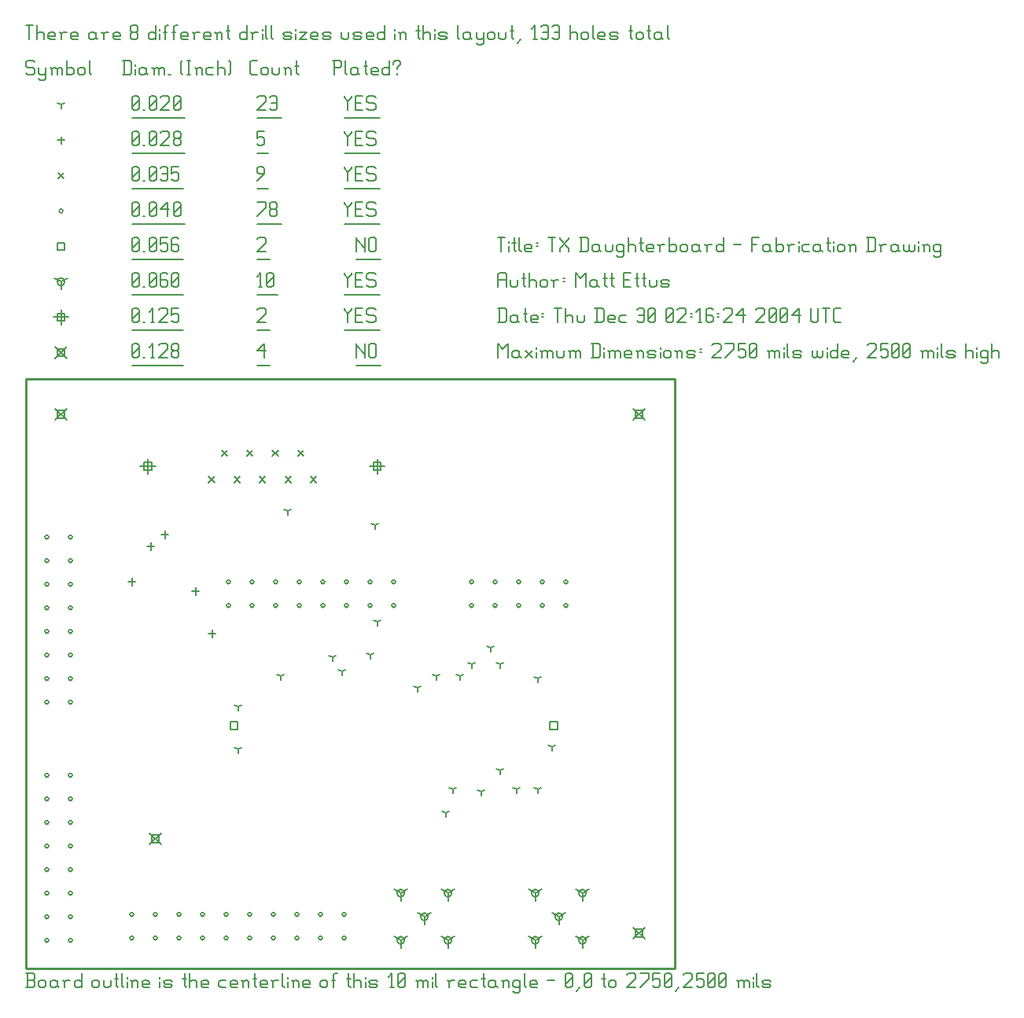
<source format=gbr>
G04 Title: TX Daughterboard, Fabrication Drawing *
G04 Creator: pcb-bin 1.99p *
G04 CreationDate: Thu Dec 30 02:16:24 2004 UTC *
G04 For: matt *
G04 Format: Gerber/RS-274X *
G04 PCB-Dimensions: 275000 250000 *
G04 PCB-Coordinate-Origin: lower left *
%MOIN*%
%FSLAX24Y24*%
%IPPOS*%
%ADD11C,0.0100*%
%ADD12C,0.0160*%
%ADD13C,0.0460*%
%ADD14C,0.0220*%
%ADD15R,0.0160X0.0160*%
%ADD16R,0.0460X0.0460*%
%ADD17R,0.0220X0.0220*%
%ADD18C,0.0080*%
%ADD19R,0.0600X0.0600*%
%ADD20R,0.0660X0.0660*%
%ADD21R,0.0900X0.0900X0.0600X0.0600*%
%ADD22R,0.0900X0.0900*%
%ADD23C,0.0600*%
%ADD24C,0.0660*%
%ADD25C,0.0900X0.0600*%
%ADD26C,0.0900*%
%ADD27C,0.0125*%
%AMTHERM1*7,0,0,0.0900,0.0600,0.0125,45*%
%ADD28THERM1*%
%ADD29C,0.1300*%
%ADD30C,0.1360*%
%ADD31C,0.1600X0.1300*%
%ADD32C,0.1600*%
%ADD33C,0.0200*%
%ADD34R,0.0240X0.0240*%
%ADD35R,0.0440X0.0440*%
%ADD36R,0.0300X0.0300*%
%ADD37C,0.0060*%
%AMTHERM2*7,0,0,0.0900,0.0600,0.0100,45*%
%ADD38THERM2*%
%ADD39R,0.0540X0.0540*%
%ADD40R,0.0650X0.0650*%
%ADD41R,0.0950X0.0950*%
%ADD42C,0.1200X0.0900*%
%ADD43C,0.1200*%
%ADD44C,0.0150*%
%AMTHERM3*7,0,0,0.1200,0.0900,0.0150,45*%
%ADD45THERM3*%
%ADD46C,0.0720*%
%ADD47C,0.0920X0.0720*%
%ADD48C,0.0920*%
%ADD49C,0.0240*%
%ADD50C,0.0340*%
%ADD51C,0.0500*%
%ADD52R,0.0200X0.0200*%
%ADD53R,0.0500X0.0500*%
%ADD54C,0.0137*%
%ADD55C,0.1320*%
%ADD56C,0.1520*%
%ADD57C,0.1520X0.1320*%
%ADD58C,0.0400*%
%ADD59C,0.0600X0.0400*%
%AMTHERM4*7,0,0,0.0600,0.0400,0.0100,45*%
%ADD60THERM4*%
%ADD61C,0.0800*%
%ADD62C,0.0800X0.0600*%
%AMTHERM5*7,0,0,0.0800,0.0600,0.0160,45*%
%ADD63THERM5*%
%LNGROUP_3*%
%LPD*%
G01X0Y0D02*
G54D18*X1260Y23740D02*X1740Y23260D01*
X1260D02*X1740Y23740D01*
X1340Y23660D02*X1660D01*
X1340D02*Y23340D01*
X1660D01*
Y23660D02*Y23340D01*
X25760Y23740D02*X26240Y23260D01*
X25760D02*X26240Y23740D01*
X25840Y23660D02*X26160D01*
X25840D02*Y23340D01*
X26160D01*
Y23660D02*Y23340D01*
X25760Y1740D02*X26240Y1260D01*
X25760D02*X26240Y1740D01*
X25840Y1660D02*X26160D01*
X25840D02*Y1340D01*
X26160D01*
Y1660D02*Y1340D01*
X5260Y5740D02*X5740Y5260D01*
X5260D02*X5740Y5740D01*
X5340Y5660D02*X5660D01*
X5340D02*Y5340D01*
X5660D01*
Y5660D02*Y5340D01*
X1260Y26365D02*X1740Y25885D01*
X1260D02*X1740Y26365D01*
X1340Y26285D02*X1660D01*
X1340D02*Y25965D01*
X1660D01*
Y26285D02*Y25965D01*
G04 Text: NO *
X14000Y26500D02*Y25900D01*
Y26500D02*Y26425D01*
X14375Y26050D01*
Y26500D02*Y25900D01*
X14555Y26425D02*Y25975D01*
Y26425D02*X14630Y26500D01*
X14780D01*
X14855Y26425D01*
Y25975D01*
X14780Y25900D02*X14855Y25975D01*
X14630Y25900D02*X14780D01*
X14555Y25975D02*X14630Y25900D01*
X14000Y25574D02*X15035D01*
G04 Text: 4 *
X9800Y26200D02*X10100Y26500D01*
X9800Y26200D02*X10175D01*
X10100Y26500D02*Y25900D01*
X9800Y25574D02*X10355D01*
G04 Text: 0.128 *
X4500Y25975D02*X4575Y25900D01*
X4500Y26425D02*Y25975D01*
Y26425D02*X4575Y26500D01*
X4725D01*
X4800Y26425D01*
Y25975D01*
X4725Y25900D02*X4800Y25975D01*
X4575Y25900D02*X4725D01*
X4500Y26050D02*X4800Y26350D01*
X4980Y25900D02*X5055D01*
X5310D02*X5460D01*
X5385Y26500D02*Y25900D01*
X5235Y26350D02*X5385Y26500D01*
X5640Y26425D02*X5715Y26500D01*
X5940D01*
X6015Y26425D01*
Y26275D01*
X5640Y25900D02*X6015Y26275D01*
X5640Y25900D02*X6015D01*
X6195Y25975D02*X6270Y25900D01*
X6195Y26125D02*Y25975D01*
Y26125D02*X6270Y26200D01*
X6420D01*
X6495Y26125D01*
Y25975D01*
X6420Y25900D02*X6495Y25975D01*
X6270Y25900D02*X6420D01*
X6195Y26275D02*X6270Y26200D01*
X6195Y26425D02*Y26275D01*
Y26425D02*X6270Y26500D01*
X6420D01*
X6495Y26425D01*
Y26275D01*
X6420Y26200D02*X6495Y26275D01*
X4500Y25574D02*X6675D01*
X14900Y21620D02*Y20980D01*
X14580Y21300D02*X15220D01*
X14740Y21460D02*X15060D01*
X14740D02*Y21140D01*
X15060D01*
Y21460D02*Y21140D01*
X5180Y21620D02*Y20980D01*
X4860Y21300D02*X5500D01*
X5020Y21460D02*X5340D01*
X5020D02*Y21140D01*
X5340D01*
Y21460D02*Y21140D01*
X1500Y27945D02*Y27305D01*
X1180Y27625D02*X1820D01*
X1340Y27785D02*X1660D01*
X1340D02*Y27465D01*
X1660D01*
Y27785D02*Y27465D01*
G04 Text: YES *
X13500Y28000D02*Y27925D01*
X13650Y27775D01*
X13800Y27925D01*
Y28000D02*Y27925D01*
X13650Y27775D02*Y27400D01*
X13980Y27700D02*X14205D01*
X13980Y27400D02*X14280D01*
X13980Y28000D02*Y27400D01*
Y28000D02*X14280D01*
X14760D02*X14835Y27925D01*
X14535Y28000D02*X14760D01*
X14460Y27925D02*X14535Y28000D01*
X14460Y27925D02*Y27775D01*
X14535Y27700D01*
X14760D01*
X14835Y27625D01*
Y27475D01*
X14760Y27400D02*X14835Y27475D01*
X14535Y27400D02*X14760D01*
X14460Y27475D02*X14535Y27400D01*
X13500Y27074D02*X15015D01*
G04 Text: 2 *
X9800Y27925D02*X9875Y28000D01*
X10100D01*
X10175Y27925D01*
Y27775D01*
X9800Y27400D02*X10175Y27775D01*
X9800Y27400D02*X10175D01*
X9800Y27074D02*X10355D01*
G04 Text: 0.125 *
X4500Y27475D02*X4575Y27400D01*
X4500Y27925D02*Y27475D01*
Y27925D02*X4575Y28000D01*
X4725D01*
X4800Y27925D01*
Y27475D01*
X4725Y27400D02*X4800Y27475D01*
X4575Y27400D02*X4725D01*
X4500Y27550D02*X4800Y27850D01*
X4980Y27400D02*X5055D01*
X5310D02*X5460D01*
X5385Y28000D02*Y27400D01*
X5235Y27850D02*X5385Y28000D01*
X5640Y27925D02*X5715Y28000D01*
X5940D01*
X6015Y27925D01*
Y27775D01*
X5640Y27400D02*X6015Y27775D01*
X5640Y27400D02*X6015D01*
X6195Y28000D02*X6495D01*
X6195D02*Y27700D01*
X6270Y27775D01*
X6420D01*
X6495Y27700D01*
Y27475D01*
X6420Y27400D02*X6495Y27475D01*
X6270Y27400D02*X6420D01*
X6195Y27475D02*X6270Y27400D01*
X4500Y27074D02*X6675D01*
X22600Y2200D02*Y1880D01*
Y2200D02*X22877Y2360D01*
X22600Y2200D02*X22322Y2360D01*
X22440Y2200D02*G75*G03X22760Y2200I160J0D01*G01*
G75*G03X22440Y2200I-160J0D01*G01*
X21600Y1200D02*Y880D01*
Y1200D02*X21877Y1360D01*
X21600Y1200D02*X21322Y1360D01*
X21440Y1200D02*G75*G03X21760Y1200I160J0D01*G01*
G75*G03X21440Y1200I-160J0D01*G01*
X21600Y3200D02*Y2880D01*
Y3200D02*X21877Y3360D01*
X21600Y3200D02*X21322Y3360D01*
X21440Y3200D02*G75*G03X21760Y3200I160J0D01*G01*
G75*G03X21440Y3200I-160J0D01*G01*
X23600Y1200D02*Y880D01*
Y1200D02*X23877Y1360D01*
X23600Y1200D02*X23322Y1360D01*
X23440Y1200D02*G75*G03X23760Y1200I160J0D01*G01*
G75*G03X23440Y1200I-160J0D01*G01*
X23600Y3200D02*Y2880D01*
Y3200D02*X23877Y3360D01*
X23600Y3200D02*X23322Y3360D01*
X23440Y3200D02*G75*G03X23760Y3200I160J0D01*G01*
G75*G03X23440Y3200I-160J0D01*G01*
X16900Y2200D02*Y1880D01*
Y2200D02*X17177Y2360D01*
X16900Y2200D02*X16622Y2360D01*
X16740Y2200D02*G75*G03X17060Y2200I160J0D01*G01*
G75*G03X16740Y2200I-160J0D01*G01*
X15900Y1200D02*Y880D01*
Y1200D02*X16177Y1360D01*
X15900Y1200D02*X15622Y1360D01*
X15740Y1200D02*G75*G03X16060Y1200I160J0D01*G01*
G75*G03X15740Y1200I-160J0D01*G01*
X15900Y3200D02*Y2880D01*
Y3200D02*X16177Y3360D01*
X15900Y3200D02*X15622Y3360D01*
X15740Y3200D02*G75*G03X16060Y3200I160J0D01*G01*
G75*G03X15740Y3200I-160J0D01*G01*
X17900Y1200D02*Y880D01*
Y1200D02*X18177Y1360D01*
X17900Y1200D02*X17622Y1360D01*
X17740Y1200D02*G75*G03X18060Y1200I160J0D01*G01*
G75*G03X17740Y1200I-160J0D01*G01*
X17900Y3200D02*Y2880D01*
Y3200D02*X18177Y3360D01*
X17900Y3200D02*X17622Y3360D01*
X17740Y3200D02*G75*G03X18060Y3200I160J0D01*G01*
G75*G03X17740Y3200I-160J0D01*G01*
X1500Y29125D02*Y28805D01*
Y29125D02*X1777Y29285D01*
X1500Y29125D02*X1222Y29285D01*
X1340Y29125D02*G75*G03X1660Y29125I160J0D01*G01*
G75*G03X1340Y29125I-160J0D01*G01*
G04 Text: YES *
X13500Y29500D02*Y29425D01*
X13650Y29275D01*
X13800Y29425D01*
Y29500D02*Y29425D01*
X13650Y29275D02*Y28900D01*
X13980Y29200D02*X14205D01*
X13980Y28900D02*X14280D01*
X13980Y29500D02*Y28900D01*
Y29500D02*X14280D01*
X14760D02*X14835Y29425D01*
X14535Y29500D02*X14760D01*
X14460Y29425D02*X14535Y29500D01*
X14460Y29425D02*Y29275D01*
X14535Y29200D01*
X14760D01*
X14835Y29125D01*
Y28975D01*
X14760Y28900D02*X14835Y28975D01*
X14535Y28900D02*X14760D01*
X14460Y28975D02*X14535Y28900D01*
X13500Y28574D02*X15015D01*
G04 Text: 10 *
X9875Y28900D02*X10025D01*
X9950Y29500D02*Y28900D01*
X9800Y29350D02*X9950Y29500D01*
X10205Y28975D02*X10280Y28900D01*
X10205Y29425D02*Y28975D01*
Y29425D02*X10280Y29500D01*
X10430D01*
X10505Y29425D01*
Y28975D01*
X10430Y28900D02*X10505Y28975D01*
X10280Y28900D02*X10430D01*
X10205Y29050D02*X10505Y29350D01*
X9800Y28574D02*X10685D01*
G04 Text: 0.060 *
X4500Y28975D02*X4575Y28900D01*
X4500Y29425D02*Y28975D01*
Y29425D02*X4575Y29500D01*
X4725D01*
X4800Y29425D01*
Y28975D01*
X4725Y28900D02*X4800Y28975D01*
X4575Y28900D02*X4725D01*
X4500Y29050D02*X4800Y29350D01*
X4980Y28900D02*X5055D01*
X5235Y28975D02*X5310Y28900D01*
X5235Y29425D02*Y28975D01*
Y29425D02*X5310Y29500D01*
X5460D01*
X5535Y29425D01*
Y28975D01*
X5460Y28900D02*X5535Y28975D01*
X5310Y28900D02*X5460D01*
X5235Y29050D02*X5535Y29350D01*
X5940Y29500D02*X6015Y29425D01*
X5790Y29500D02*X5940D01*
X5715Y29425D02*X5790Y29500D01*
X5715Y29425D02*Y28975D01*
X5790Y28900D01*
X5940Y29200D02*X6015Y29125D01*
X5715Y29200D02*X5940D01*
X5790Y28900D02*X5940D01*
X6015Y28975D01*
Y29125D02*Y28975D01*
X6195D02*X6270Y28900D01*
X6195Y29425D02*Y28975D01*
Y29425D02*X6270Y29500D01*
X6420D01*
X6495Y29425D01*
Y28975D01*
X6420Y28900D02*X6495Y28975D01*
X6270Y28900D02*X6420D01*
X6195Y29050D02*X6495Y29350D01*
X4500Y28574D02*X6675D01*
X8670Y10460D02*X8990D01*
X8670D02*Y10140D01*
X8990D01*
Y10460D02*Y10140D01*
X22213Y10460D02*X22533D01*
X22213D02*Y10140D01*
X22533D01*
Y10460D02*Y10140D01*
X1340Y30785D02*X1660D01*
X1340D02*Y30465D01*
X1660D01*
Y30785D02*Y30465D01*
G04 Text: NO *
X14000Y31000D02*Y30400D01*
Y31000D02*Y30925D01*
X14375Y30550D01*
Y31000D02*Y30400D01*
X14555Y30925D02*Y30475D01*
Y30925D02*X14630Y31000D01*
X14780D01*
X14855Y30925D01*
Y30475D01*
X14780Y30400D02*X14855Y30475D01*
X14630Y30400D02*X14780D01*
X14555Y30475D02*X14630Y30400D01*
X14000Y30074D02*X15035D01*
G04 Text: 2 *
X9800Y30925D02*X9875Y31000D01*
X10100D01*
X10175Y30925D01*
Y30775D01*
X9800Y30400D02*X10175Y30775D01*
X9800Y30400D02*X10175D01*
X9800Y30074D02*X10355D01*
G04 Text: 0.056 *
X4500Y30475D02*X4575Y30400D01*
X4500Y30925D02*Y30475D01*
Y30925D02*X4575Y31000D01*
X4725D01*
X4800Y30925D01*
Y30475D01*
X4725Y30400D02*X4800Y30475D01*
X4575Y30400D02*X4725D01*
X4500Y30550D02*X4800Y30850D01*
X4980Y30400D02*X5055D01*
X5235Y30475D02*X5310Y30400D01*
X5235Y30925D02*Y30475D01*
Y30925D02*X5310Y31000D01*
X5460D01*
X5535Y30925D01*
Y30475D01*
X5460Y30400D02*X5535Y30475D01*
X5310Y30400D02*X5460D01*
X5235Y30550D02*X5535Y30850D01*
X5715Y31000D02*X6015D01*
X5715D02*Y30700D01*
X5790Y30775D01*
X5940D01*
X6015Y30700D01*
Y30475D01*
X5940Y30400D02*X6015Y30475D01*
X5790Y30400D02*X5940D01*
X5715Y30475D02*X5790Y30400D01*
X6420Y31000D02*X6495Y30925D01*
X6270Y31000D02*X6420D01*
X6195Y30925D02*X6270Y31000D01*
X6195Y30925D02*Y30475D01*
X6270Y30400D01*
X6420Y30700D02*X6495Y30625D01*
X6195Y30700D02*X6420D01*
X6270Y30400D02*X6420D01*
X6495Y30475D01*
Y30625D02*Y30475D01*
X4500Y30074D02*X6675D01*
X1820Y1200D02*G75*G03X1980Y1200I80J0D01*G01*
G75*G03X1820Y1200I-80J0D01*G01*
X820D02*G75*G03X980Y1200I80J0D01*G01*
G75*G03X820Y1200I-80J0D01*G01*
X1820Y2200D02*G75*G03X1980Y2200I80J0D01*G01*
G75*G03X1820Y2200I-80J0D01*G01*
X820D02*G75*G03X980Y2200I80J0D01*G01*
G75*G03X820Y2200I-80J0D01*G01*
X1820Y3200D02*G75*G03X1980Y3200I80J0D01*G01*
G75*G03X1820Y3200I-80J0D01*G01*
X820D02*G75*G03X980Y3200I80J0D01*G01*
G75*G03X820Y3200I-80J0D01*G01*
X1820Y4200D02*G75*G03X1980Y4200I80J0D01*G01*
G75*G03X1820Y4200I-80J0D01*G01*
X820D02*G75*G03X980Y4200I80J0D01*G01*
G75*G03X820Y4200I-80J0D01*G01*
X1820Y5200D02*G75*G03X1980Y5200I80J0D01*G01*
G75*G03X1820Y5200I-80J0D01*G01*
X820D02*G75*G03X980Y5200I80J0D01*G01*
G75*G03X820Y5200I-80J0D01*G01*
X1820Y6200D02*G75*G03X1980Y6200I80J0D01*G01*
G75*G03X1820Y6200I-80J0D01*G01*
X820D02*G75*G03X980Y6200I80J0D01*G01*
G75*G03X820Y6200I-80J0D01*G01*
X1820Y7200D02*G75*G03X1980Y7200I80J0D01*G01*
G75*G03X1820Y7200I-80J0D01*G01*
X820D02*G75*G03X980Y7200I80J0D01*G01*
G75*G03X820Y7200I-80J0D01*G01*
X1820Y8200D02*G75*G03X1980Y8200I80J0D01*G01*
G75*G03X1820Y8200I-80J0D01*G01*
X820D02*G75*G03X980Y8200I80J0D01*G01*
G75*G03X820Y8200I-80J0D01*G01*
X1820Y11300D02*G75*G03X1980Y11300I80J0D01*G01*
G75*G03X1820Y11300I-80J0D01*G01*
X820D02*G75*G03X980Y11300I80J0D01*G01*
G75*G03X820Y11300I-80J0D01*G01*
X1820Y12300D02*G75*G03X1980Y12300I80J0D01*G01*
G75*G03X1820Y12300I-80J0D01*G01*
X820D02*G75*G03X980Y12300I80J0D01*G01*
G75*G03X820Y12300I-80J0D01*G01*
X1820Y13300D02*G75*G03X1980Y13300I80J0D01*G01*
G75*G03X1820Y13300I-80J0D01*G01*
X820D02*G75*G03X980Y13300I80J0D01*G01*
G75*G03X820Y13300I-80J0D01*G01*
X1820Y14300D02*G75*G03X1980Y14300I80J0D01*G01*
G75*G03X1820Y14300I-80J0D01*G01*
X820D02*G75*G03X980Y14300I80J0D01*G01*
G75*G03X820Y14300I-80J0D01*G01*
X1820Y15300D02*G75*G03X1980Y15300I80J0D01*G01*
G75*G03X1820Y15300I-80J0D01*G01*
X820D02*G75*G03X980Y15300I80J0D01*G01*
G75*G03X820Y15300I-80J0D01*G01*
X1820Y16300D02*G75*G03X1980Y16300I80J0D01*G01*
G75*G03X1820Y16300I-80J0D01*G01*
X820D02*G75*G03X980Y16300I80J0D01*G01*
G75*G03X820Y16300I-80J0D01*G01*
X1820Y17300D02*G75*G03X1980Y17300I80J0D01*G01*
G75*G03X1820Y17300I-80J0D01*G01*
X820D02*G75*G03X980Y17300I80J0D01*G01*
G75*G03X820Y17300I-80J0D01*G01*
X1820Y18300D02*G75*G03X1980Y18300I80J0D01*G01*
G75*G03X1820Y18300I-80J0D01*G01*
X820D02*G75*G03X980Y18300I80J0D01*G01*
G75*G03X820Y18300I-80J0D01*G01*
X4420Y1300D02*G75*G03X4580Y1300I80J0D01*G01*
G75*G03X4420Y1300I-80J0D01*G01*
Y2300D02*G75*G03X4580Y2300I80J0D01*G01*
G75*G03X4420Y2300I-80J0D01*G01*
X5420Y1300D02*G75*G03X5580Y1300I80J0D01*G01*
G75*G03X5420Y1300I-80J0D01*G01*
Y2300D02*G75*G03X5580Y2300I80J0D01*G01*
G75*G03X5420Y2300I-80J0D01*G01*
X6420Y1300D02*G75*G03X6580Y1300I80J0D01*G01*
G75*G03X6420Y1300I-80J0D01*G01*
Y2300D02*G75*G03X6580Y2300I80J0D01*G01*
G75*G03X6420Y2300I-80J0D01*G01*
X7420Y1300D02*G75*G03X7580Y1300I80J0D01*G01*
G75*G03X7420Y1300I-80J0D01*G01*
Y2300D02*G75*G03X7580Y2300I80J0D01*G01*
G75*G03X7420Y2300I-80J0D01*G01*
X8420Y1300D02*G75*G03X8580Y1300I80J0D01*G01*
G75*G03X8420Y1300I-80J0D01*G01*
Y2300D02*G75*G03X8580Y2300I80J0D01*G01*
G75*G03X8420Y2300I-80J0D01*G01*
X9420Y1300D02*G75*G03X9580Y1300I80J0D01*G01*
G75*G03X9420Y1300I-80J0D01*G01*
Y2300D02*G75*G03X9580Y2300I80J0D01*G01*
G75*G03X9420Y2300I-80J0D01*G01*
X10420Y1300D02*G75*G03X10580Y1300I80J0D01*G01*
G75*G03X10420Y1300I-80J0D01*G01*
Y2300D02*G75*G03X10580Y2300I80J0D01*G01*
G75*G03X10420Y2300I-80J0D01*G01*
X11420Y1300D02*G75*G03X11580Y1300I80J0D01*G01*
G75*G03X11420Y1300I-80J0D01*G01*
Y2300D02*G75*G03X11580Y2300I80J0D01*G01*
G75*G03X11420Y2300I-80J0D01*G01*
X12420Y1300D02*G75*G03X12580Y1300I80J0D01*G01*
G75*G03X12420Y1300I-80J0D01*G01*
Y2300D02*G75*G03X12580Y2300I80J0D01*G01*
G75*G03X12420Y2300I-80J0D01*G01*
X13420Y1300D02*G75*G03X13580Y1300I80J0D01*G01*
G75*G03X13420Y1300I-80J0D01*G01*
Y2300D02*G75*G03X13580Y2300I80J0D01*G01*
G75*G03X13420Y2300I-80J0D01*G01*
X18820Y15400D02*G75*G03X18980Y15400I80J0D01*G01*
G75*G03X18820Y15400I-80J0D01*G01*
Y16400D02*G75*G03X18980Y16400I80J0D01*G01*
G75*G03X18820Y16400I-80J0D01*G01*
X19820Y15400D02*G75*G03X19980Y15400I80J0D01*G01*
G75*G03X19820Y15400I-80J0D01*G01*
Y16400D02*G75*G03X19980Y16400I80J0D01*G01*
G75*G03X19820Y16400I-80J0D01*G01*
X20820Y15400D02*G75*G03X20980Y15400I80J0D01*G01*
G75*G03X20820Y15400I-80J0D01*G01*
Y16400D02*G75*G03X20980Y16400I80J0D01*G01*
G75*G03X20820Y16400I-80J0D01*G01*
X21820Y15400D02*G75*G03X21980Y15400I80J0D01*G01*
G75*G03X21820Y15400I-80J0D01*G01*
Y16400D02*G75*G03X21980Y16400I80J0D01*G01*
G75*G03X21820Y16400I-80J0D01*G01*
X22820Y15400D02*G75*G03X22980Y15400I80J0D01*G01*
G75*G03X22820Y15400I-80J0D01*G01*
Y16400D02*G75*G03X22980Y16400I80J0D01*G01*
G75*G03X22820Y16400I-80J0D01*G01*
X8520Y15400D02*G75*G03X8680Y15400I80J0D01*G01*
G75*G03X8520Y15400I-80J0D01*G01*
Y16400D02*G75*G03X8680Y16400I80J0D01*G01*
G75*G03X8520Y16400I-80J0D01*G01*
X9520Y15400D02*G75*G03X9680Y15400I80J0D01*G01*
G75*G03X9520Y15400I-80J0D01*G01*
Y16400D02*G75*G03X9680Y16400I80J0D01*G01*
G75*G03X9520Y16400I-80J0D01*G01*
X10520Y15400D02*G75*G03X10680Y15400I80J0D01*G01*
G75*G03X10520Y15400I-80J0D01*G01*
Y16400D02*G75*G03X10680Y16400I80J0D01*G01*
G75*G03X10520Y16400I-80J0D01*G01*
X11520Y15400D02*G75*G03X11680Y15400I80J0D01*G01*
G75*G03X11520Y15400I-80J0D01*G01*
Y16400D02*G75*G03X11680Y16400I80J0D01*G01*
G75*G03X11520Y16400I-80J0D01*G01*
X12520Y15400D02*G75*G03X12680Y15400I80J0D01*G01*
G75*G03X12520Y15400I-80J0D01*G01*
Y16400D02*G75*G03X12680Y16400I80J0D01*G01*
G75*G03X12520Y16400I-80J0D01*G01*
X13520Y15400D02*G75*G03X13680Y15400I80J0D01*G01*
G75*G03X13520Y15400I-80J0D01*G01*
Y16400D02*G75*G03X13680Y16400I80J0D01*G01*
G75*G03X13520Y16400I-80J0D01*G01*
X14520Y15400D02*G75*G03X14680Y15400I80J0D01*G01*
G75*G03X14520Y15400I-80J0D01*G01*
Y16400D02*G75*G03X14680Y16400I80J0D01*G01*
G75*G03X14520Y16400I-80J0D01*G01*
X15520Y15400D02*G75*G03X15680Y15400I80J0D01*G01*
G75*G03X15520Y15400I-80J0D01*G01*
Y16400D02*G75*G03X15680Y16400I80J0D01*G01*
G75*G03X15520Y16400I-80J0D01*G01*
X1420Y32125D02*G75*G03X1580Y32125I80J0D01*G01*
G75*G03X1420Y32125I-80J0D01*G01*
G04 Text: YES *
X13500Y32500D02*Y32425D01*
X13650Y32275D01*
X13800Y32425D01*
Y32500D02*Y32425D01*
X13650Y32275D02*Y31900D01*
X13980Y32200D02*X14205D01*
X13980Y31900D02*X14280D01*
X13980Y32500D02*Y31900D01*
Y32500D02*X14280D01*
X14760D02*X14835Y32425D01*
X14535Y32500D02*X14760D01*
X14460Y32425D02*X14535Y32500D01*
X14460Y32425D02*Y32275D01*
X14535Y32200D01*
X14760D01*
X14835Y32125D01*
Y31975D01*
X14760Y31900D02*X14835Y31975D01*
X14535Y31900D02*X14760D01*
X14460Y31975D02*X14535Y31900D01*
X13500Y31574D02*X15015D01*
G04 Text: 78 *
X9800Y31900D02*X10175Y32275D01*
Y32500D02*Y32275D01*
X9800Y32500D02*X10175D01*
X10355Y31975D02*X10430Y31900D01*
X10355Y32125D02*Y31975D01*
Y32125D02*X10430Y32200D01*
X10580D01*
X10655Y32125D01*
Y31975D01*
X10580Y31900D02*X10655Y31975D01*
X10430Y31900D02*X10580D01*
X10355Y32275D02*X10430Y32200D01*
X10355Y32425D02*Y32275D01*
Y32425D02*X10430Y32500D01*
X10580D01*
X10655Y32425D01*
Y32275D01*
X10580Y32200D02*X10655Y32275D01*
X9800Y31574D02*X10835D01*
G04 Text: 0.040 *
X4500Y31975D02*X4575Y31900D01*
X4500Y32425D02*Y31975D01*
Y32425D02*X4575Y32500D01*
X4725D01*
X4800Y32425D01*
Y31975D01*
X4725Y31900D02*X4800Y31975D01*
X4575Y31900D02*X4725D01*
X4500Y32050D02*X4800Y32350D01*
X4980Y31900D02*X5055D01*
X5235Y31975D02*X5310Y31900D01*
X5235Y32425D02*Y31975D01*
Y32425D02*X5310Y32500D01*
X5460D01*
X5535Y32425D01*
Y31975D01*
X5460Y31900D02*X5535Y31975D01*
X5310Y31900D02*X5460D01*
X5235Y32050D02*X5535Y32350D01*
X5715Y32200D02*X6015Y32500D01*
X5715Y32200D02*X6090D01*
X6015Y32500D02*Y31900D01*
X6270Y31975D02*X6345Y31900D01*
X6270Y32425D02*Y31975D01*
Y32425D02*X6345Y32500D01*
X6495D01*
X6570Y32425D01*
Y31975D01*
X6495Y31900D02*X6570Y31975D01*
X6345Y31900D02*X6495D01*
X6270Y32050D02*X6570Y32350D01*
X4500Y31574D02*X6750D01*
X12080Y20860D02*X12320Y20620D01*
X12080D02*X12320Y20860D01*
X11000D02*X11240Y20620D01*
X11000D02*X11240Y20860D01*
X9920D02*X10160Y20620D01*
X9920D02*X10160Y20860D01*
X8840D02*X9080Y20620D01*
X8840D02*X9080Y20860D01*
X7760D02*X8000Y20620D01*
X7760D02*X8000Y20860D01*
X11540Y21980D02*X11780Y21740D01*
X11540D02*X11780Y21980D01*
X10460D02*X10700Y21740D01*
X10460D02*X10700Y21980D01*
X9380D02*X9620Y21740D01*
X9380D02*X9620Y21980D01*
X8300D02*X8540Y21740D01*
X8300D02*X8540Y21980D01*
X1380Y33745D02*X1620Y33505D01*
X1380D02*X1620Y33745D01*
G04 Text: YES *
X13500Y34000D02*Y33925D01*
X13650Y33775D01*
X13800Y33925D01*
Y34000D02*Y33925D01*
X13650Y33775D02*Y33400D01*
X13980Y33700D02*X14205D01*
X13980Y33400D02*X14280D01*
X13980Y34000D02*Y33400D01*
Y34000D02*X14280D01*
X14760D02*X14835Y33925D01*
X14535Y34000D02*X14760D01*
X14460Y33925D02*X14535Y34000D01*
X14460Y33925D02*Y33775D01*
X14535Y33700D01*
X14760D01*
X14835Y33625D01*
Y33475D01*
X14760Y33400D02*X14835Y33475D01*
X14535Y33400D02*X14760D01*
X14460Y33475D02*X14535Y33400D01*
X13500Y33074D02*X15015D01*
G04 Text: 9 *
X9800Y33400D02*X10100Y33700D01*
Y33925D02*Y33700D01*
X10025Y34000D02*X10100Y33925D01*
X9875Y34000D02*X10025D01*
X9800Y33925D02*X9875Y34000D01*
X9800Y33925D02*Y33775D01*
X9875Y33700D01*
X10100D01*
X9800Y33074D02*X10280D01*
G04 Text: 0.035 *
X4500Y33475D02*X4575Y33400D01*
X4500Y33925D02*Y33475D01*
Y33925D02*X4575Y34000D01*
X4725D01*
X4800Y33925D01*
Y33475D01*
X4725Y33400D02*X4800Y33475D01*
X4575Y33400D02*X4725D01*
X4500Y33550D02*X4800Y33850D01*
X4980Y33400D02*X5055D01*
X5235Y33475D02*X5310Y33400D01*
X5235Y33925D02*Y33475D01*
Y33925D02*X5310Y34000D01*
X5460D01*
X5535Y33925D01*
Y33475D01*
X5460Y33400D02*X5535Y33475D01*
X5310Y33400D02*X5460D01*
X5235Y33550D02*X5535Y33850D01*
X5715Y33925D02*X5790Y34000D01*
X5940D01*
X6015Y33925D01*
Y33475D01*
X5940Y33400D02*X6015Y33475D01*
X5790Y33400D02*X5940D01*
X5715Y33475D02*X5790Y33400D01*
Y33700D02*X6015D01*
X6195Y34000D02*X6495D01*
X6195D02*Y33700D01*
X6270Y33775D01*
X6420D01*
X6495Y33700D01*
Y33475D01*
X6420Y33400D02*X6495Y33475D01*
X6270Y33400D02*X6420D01*
X6195Y33475D02*X6270Y33400D01*
X4500Y33074D02*X6675D01*
X5300Y18060D02*Y17740D01*
X5140Y17900D02*X5460D01*
X5900Y18560D02*Y18240D01*
X5740Y18400D02*X6060D01*
X4500Y16560D02*Y16240D01*
X4340Y16400D02*X4660D01*
X7900Y14360D02*Y14040D01*
X7740Y14200D02*X8060D01*
X7200Y16160D02*Y15840D01*
X7040Y16000D02*X7360D01*
X1500Y35285D02*Y34965D01*
X1340Y35125D02*X1660D01*
G04 Text: YES *
X13500Y35500D02*Y35425D01*
X13650Y35275D01*
X13800Y35425D01*
Y35500D02*Y35425D01*
X13650Y35275D02*Y34900D01*
X13980Y35200D02*X14205D01*
X13980Y34900D02*X14280D01*
X13980Y35500D02*Y34900D01*
Y35500D02*X14280D01*
X14760D02*X14835Y35425D01*
X14535Y35500D02*X14760D01*
X14460Y35425D02*X14535Y35500D01*
X14460Y35425D02*Y35275D01*
X14535Y35200D01*
X14760D01*
X14835Y35125D01*
Y34975D01*
X14760Y34900D02*X14835Y34975D01*
X14535Y34900D02*X14760D01*
X14460Y34975D02*X14535Y34900D01*
X13500Y34574D02*X15015D01*
G04 Text: 5 *
X9800Y35500D02*X10100D01*
X9800D02*Y35200D01*
X9875Y35275D01*
X10025D01*
X10100Y35200D01*
Y34975D01*
X10025Y34900D02*X10100Y34975D01*
X9875Y34900D02*X10025D01*
X9800Y34975D02*X9875Y34900D01*
X9800Y34574D02*X10280D01*
G04 Text: 0.028 *
X4500Y34975D02*X4575Y34900D01*
X4500Y35425D02*Y34975D01*
Y35425D02*X4575Y35500D01*
X4725D01*
X4800Y35425D01*
Y34975D01*
X4725Y34900D02*X4800Y34975D01*
X4575Y34900D02*X4725D01*
X4500Y35050D02*X4800Y35350D01*
X4980Y34900D02*X5055D01*
X5235Y34975D02*X5310Y34900D01*
X5235Y35425D02*Y34975D01*
Y35425D02*X5310Y35500D01*
X5460D01*
X5535Y35425D01*
Y34975D01*
X5460Y34900D02*X5535Y34975D01*
X5310Y34900D02*X5460D01*
X5235Y35050D02*X5535Y35350D01*
X5715Y35425D02*X5790Y35500D01*
X6015D01*
X6090Y35425D01*
Y35275D01*
X5715Y34900D02*X6090Y35275D01*
X5715Y34900D02*X6090D01*
X6270Y34975D02*X6345Y34900D01*
X6270Y35125D02*Y34975D01*
Y35125D02*X6345Y35200D01*
X6495D01*
X6570Y35125D01*
Y34975D01*
X6495Y34900D02*X6570Y34975D01*
X6345Y34900D02*X6495D01*
X6270Y35275D02*X6345Y35200D01*
X6270Y35425D02*Y35275D01*
Y35425D02*X6345Y35500D01*
X6495D01*
X6570Y35425D01*
Y35275D01*
X6495Y35200D02*X6570Y35275D01*
X4500Y34574D02*X6750D01*
X22300Y9400D02*Y9240D01*
Y9400D02*X22438Y9480D01*
X22300Y9400D02*X22161Y9480D01*
X16600Y11900D02*Y11740D01*
Y11900D02*X16738Y11980D01*
X16600Y11900D02*X16461Y11980D01*
X18900Y12900D02*Y12740D01*
Y12900D02*X19038Y12980D01*
X18900Y12900D02*X18761Y12980D01*
X20100Y12900D02*Y12740D01*
Y12900D02*X20238Y12980D01*
X20100Y12900D02*X19961Y12980D01*
X19700Y13600D02*Y13440D01*
Y13600D02*X19838Y13680D01*
X19700Y13600D02*X19561Y13680D01*
X14900Y14700D02*Y14540D01*
Y14700D02*X15038Y14780D01*
X14900Y14700D02*X14761Y14780D01*
X14600Y13300D02*Y13140D01*
Y13300D02*X14738Y13380D01*
X14600Y13300D02*X14461Y13380D01*
X13000Y13200D02*Y13040D01*
Y13200D02*X13138Y13280D01*
X13000Y13200D02*X12861Y13280D01*
X13400Y12600D02*Y12440D01*
Y12600D02*X13538Y12680D01*
X13400Y12600D02*X13261Y12680D01*
X19300Y7500D02*Y7340D01*
Y7500D02*X19438Y7580D01*
X19300Y7500D02*X19161Y7580D01*
X20800Y7600D02*Y7440D01*
Y7600D02*X20938Y7680D01*
X20800Y7600D02*X20661Y7680D01*
X20100Y8400D02*Y8240D01*
Y8400D02*X20238Y8480D01*
X20100Y8400D02*X19961Y8480D01*
X18100Y7600D02*Y7440D01*
Y7600D02*X18238Y7680D01*
X18100Y7600D02*X17961Y7680D01*
X17800Y6600D02*Y6440D01*
Y6600D02*X17938Y6680D01*
X17800Y6600D02*X17661Y6680D01*
X14800Y18800D02*Y18640D01*
Y18800D02*X14938Y18880D01*
X14800Y18800D02*X14661Y18880D01*
X9000Y11100D02*Y10940D01*
Y11100D02*X9138Y11180D01*
X9000Y11100D02*X8861Y11180D01*
X9000Y9300D02*Y9140D01*
Y9300D02*X9138Y9380D01*
X9000Y9300D02*X8861Y9380D01*
X18400Y12400D02*Y12240D01*
Y12400D02*X18538Y12480D01*
X18400Y12400D02*X18261Y12480D01*
X21700Y12300D02*Y12140D01*
Y12300D02*X21838Y12380D01*
X21700Y12300D02*X21561Y12380D01*
X10800Y12400D02*Y12240D01*
Y12400D02*X10938Y12480D01*
X10800Y12400D02*X10661Y12480D01*
X11100Y19400D02*Y19240D01*
Y19400D02*X11238Y19480D01*
X11100Y19400D02*X10961Y19480D01*
X21700Y7600D02*Y7440D01*
Y7600D02*X21838Y7680D01*
X21700Y7600D02*X21561Y7680D01*
X17400Y12400D02*Y12240D01*
Y12400D02*X17538Y12480D01*
X17400Y12400D02*X17261Y12480D01*
X1500Y36625D02*Y36465D01*
Y36625D02*X1638Y36705D01*
X1500Y36625D02*X1361Y36705D01*
G04 Text: YES *
X13500Y37000D02*Y36925D01*
X13650Y36775D01*
X13800Y36925D01*
Y37000D02*Y36925D01*
X13650Y36775D02*Y36400D01*
X13980Y36700D02*X14205D01*
X13980Y36400D02*X14280D01*
X13980Y37000D02*Y36400D01*
Y37000D02*X14280D01*
X14760D02*X14835Y36925D01*
X14535Y37000D02*X14760D01*
X14460Y36925D02*X14535Y37000D01*
X14460Y36925D02*Y36775D01*
X14535Y36700D01*
X14760D01*
X14835Y36625D01*
Y36475D01*
X14760Y36400D02*X14835Y36475D01*
X14535Y36400D02*X14760D01*
X14460Y36475D02*X14535Y36400D01*
X13500Y36074D02*X15015D01*
G04 Text: 23 *
X9800Y36925D02*X9875Y37000D01*
X10100D01*
X10175Y36925D01*
Y36775D01*
X9800Y36400D02*X10175Y36775D01*
X9800Y36400D02*X10175D01*
X10355Y36925D02*X10430Y37000D01*
X10580D01*
X10655Y36925D01*
Y36475D01*
X10580Y36400D02*X10655Y36475D01*
X10430Y36400D02*X10580D01*
X10355Y36475D02*X10430Y36400D01*
Y36700D02*X10655D01*
X9800Y36074D02*X10835D01*
G04 Text: 0.020 *
X4500Y36475D02*X4575Y36400D01*
X4500Y36925D02*Y36475D01*
Y36925D02*X4575Y37000D01*
X4725D01*
X4800Y36925D01*
Y36475D01*
X4725Y36400D02*X4800Y36475D01*
X4575Y36400D02*X4725D01*
X4500Y36550D02*X4800Y36850D01*
X4980Y36400D02*X5055D01*
X5235Y36475D02*X5310Y36400D01*
X5235Y36925D02*Y36475D01*
Y36925D02*X5310Y37000D01*
X5460D01*
X5535Y36925D01*
Y36475D01*
X5460Y36400D02*X5535Y36475D01*
X5310Y36400D02*X5460D01*
X5235Y36550D02*X5535Y36850D01*
X5715Y36925D02*X5790Y37000D01*
X6015D01*
X6090Y36925D01*
Y36775D01*
X5715Y36400D02*X6090Y36775D01*
X5715Y36400D02*X6090D01*
X6270Y36475D02*X6345Y36400D01*
X6270Y36925D02*Y36475D01*
Y36925D02*X6345Y37000D01*
X6495D01*
X6570Y36925D01*
Y36475D01*
X6495Y36400D02*X6570Y36475D01*
X6345Y36400D02*X6495D01*
X6270Y36550D02*X6570Y36850D01*
X4500Y36074D02*X6750D01*
G04 Text: Symbol *
X300Y38500D02*X375Y38425D01*
X75Y38500D02*X300D01*
X0Y38425D02*X75Y38500D01*
X0Y38425D02*Y38275D01*
X75Y38200D01*
X300D01*
X375Y38125D01*
Y37975D01*
X300Y37900D02*X375Y37975D01*
X75Y37900D02*X300D01*
X0Y37975D02*X75Y37900D01*
X555Y38200D02*Y37975D01*
X630Y37900D01*
X855Y38200D02*Y37750D01*
X780Y37675D02*X855Y37750D01*
X630Y37675D02*X780D01*
X555Y37750D02*X630Y37675D01*
Y37900D02*X780D01*
X855Y37975D01*
X1110Y38125D02*Y37900D01*
Y38125D02*X1185Y38200D01*
X1260D01*
X1335Y38125D01*
Y37900D01*
Y38125D02*X1410Y38200D01*
X1485D01*
X1560Y38125D01*
Y37900D01*
X1035Y38200D02*X1110Y38125D01*
X1740Y38500D02*Y37900D01*
Y37975D02*X1815Y37900D01*
X1965D01*
X2040Y37975D01*
Y38125D02*Y37975D01*
X1965Y38200D02*X2040Y38125D01*
X1815Y38200D02*X1965D01*
X1740Y38125D02*X1815Y38200D01*
X2220Y38125D02*Y37975D01*
Y38125D02*X2295Y38200D01*
X2445D01*
X2520Y38125D01*
Y37975D01*
X2445Y37900D02*X2520Y37975D01*
X2295Y37900D02*X2445D01*
X2220Y37975D02*X2295Y37900D01*
X2700Y38500D02*Y37975D01*
X2775Y37900D01*
G04 Text: Diam. (Inch) *
X4175Y38500D02*Y37900D01*
X4400Y38500D02*X4475Y38425D01*
Y37975D01*
X4400Y37900D02*X4475Y37975D01*
X4100Y37900D02*X4400D01*
X4100Y38500D02*X4400D01*
X4655Y38350D02*Y38275D01*
Y38125D02*Y37900D01*
X5030Y38200D02*X5105Y38125D01*
X4880Y38200D02*X5030D01*
X4805Y38125D02*X4880Y38200D01*
X4805Y38125D02*Y37975D01*
X4880Y37900D01*
X5105Y38200D02*Y37975D01*
X5180Y37900D01*
X4880D02*X5030D01*
X5105Y37975D01*
X5435Y38125D02*Y37900D01*
Y38125D02*X5510Y38200D01*
X5585D01*
X5660Y38125D01*
Y37900D01*
Y38125D02*X5735Y38200D01*
X5810D01*
X5885Y38125D01*
Y37900D01*
X5360Y38200D02*X5435Y38125D01*
X6065Y37900D02*X6140D01*
X6590Y37975D02*X6665Y37900D01*
X6590Y38425D02*X6665Y38500D01*
X6590Y38425D02*Y37975D01*
X6845Y38500D02*X6995D01*
X6920D02*Y37900D01*
X6845D02*X6995D01*
X7251Y38125D02*Y37900D01*
Y38125D02*X7326Y38200D01*
X7401D01*
X7476Y38125D01*
Y37900D01*
X7176Y38200D02*X7251Y38125D01*
X7731Y38200D02*X7956D01*
X7656Y38125D02*X7731Y38200D01*
X7656Y38125D02*Y37975D01*
X7731Y37900D01*
X7956D01*
X8136Y38500D02*Y37900D01*
Y38125D02*X8211Y38200D01*
X8361D01*
X8436Y38125D01*
Y37900D01*
X8616Y38500D02*X8691Y38425D01*
Y37975D01*
X8616Y37900D02*X8691Y37975D01*
G04 Text: Count *
X9575Y37900D02*X9800D01*
X9500Y37975D02*X9575Y37900D01*
X9500Y38425D02*Y37975D01*
Y38425D02*X9575Y38500D01*
X9800D01*
X9980Y38125D02*Y37975D01*
Y38125D02*X10055Y38200D01*
X10205D01*
X10280Y38125D01*
Y37975D01*
X10205Y37900D02*X10280Y37975D01*
X10055Y37900D02*X10205D01*
X9980Y37975D02*X10055Y37900D01*
X10460Y38200D02*Y37975D01*
X10535Y37900D01*
X10685D01*
X10760Y37975D01*
Y38200D02*Y37975D01*
X11015Y38125D02*Y37900D01*
Y38125D02*X11090Y38200D01*
X11165D01*
X11240Y38125D01*
Y37900D01*
X10940Y38200D02*X11015Y38125D01*
X11495Y38500D02*Y37975D01*
X11570Y37900D01*
X11420Y38275D02*X11570D01*
G04 Text: Plated? *
X13075Y38500D02*Y37900D01*
X13000Y38500D02*X13300D01*
X13375Y38425D01*
Y38275D01*
X13300Y38200D02*X13375Y38275D01*
X13075Y38200D02*X13300D01*
X13555Y38500D02*Y37975D01*
X13630Y37900D01*
X14005Y38200D02*X14080Y38125D01*
X13855Y38200D02*X14005D01*
X13780Y38125D02*X13855Y38200D01*
X13780Y38125D02*Y37975D01*
X13855Y37900D01*
X14080Y38200D02*Y37975D01*
X14155Y37900D01*
X13855D02*X14005D01*
X14080Y37975D01*
X14410Y38500D02*Y37975D01*
X14485Y37900D01*
X14335Y38275D02*X14485D01*
X14710Y37900D02*X14935D01*
X14635Y37975D02*X14710Y37900D01*
X14635Y38125D02*Y37975D01*
Y38125D02*X14710Y38200D01*
X14860D01*
X14935Y38125D01*
X14635Y38050D02*X14935D01*
Y38125D02*Y38050D01*
X15415Y38500D02*Y37900D01*
X15340D02*X15415Y37975D01*
X15190Y37900D02*X15340D01*
X15115Y37975D02*X15190Y37900D01*
X15115Y38125D02*Y37975D01*
Y38125D02*X15190Y38200D01*
X15340D01*
X15415Y38125D01*
X15745Y38200D02*Y38125D01*
Y37975D02*Y37900D01*
X15595Y38425D02*Y38350D01*
Y38425D02*X15670Y38500D01*
X15820D01*
X15895Y38425D01*
Y38350D01*
X15745Y38200D02*X15895Y38350D01*
G04 Text: There are 8 different drill sizes used in this layout, 133 holes total *
X0Y40000D02*X300D01*
X150D02*Y39400D01*
X480Y40000D02*Y39400D01*
Y39625D02*X555Y39700D01*
X705D01*
X780Y39625D01*
Y39400D01*
X1035D02*X1260D01*
X960Y39475D02*X1035Y39400D01*
X960Y39625D02*Y39475D01*
Y39625D02*X1035Y39700D01*
X1185D01*
X1260Y39625D01*
X960Y39550D02*X1260D01*
Y39625D02*Y39550D01*
X1515Y39625D02*Y39400D01*
Y39625D02*X1590Y39700D01*
X1740D01*
X1440D02*X1515Y39625D01*
X1995Y39400D02*X2220D01*
X1920Y39475D02*X1995Y39400D01*
X1920Y39625D02*Y39475D01*
Y39625D02*X1995Y39700D01*
X2145D01*
X2220Y39625D01*
X1920Y39550D02*X2220D01*
Y39625D02*Y39550D01*
X2895Y39700D02*X2970Y39625D01*
X2745Y39700D02*X2895D01*
X2670Y39625D02*X2745Y39700D01*
X2670Y39625D02*Y39475D01*
X2745Y39400D01*
X2970Y39700D02*Y39475D01*
X3045Y39400D01*
X2745D02*X2895D01*
X2970Y39475D01*
X3300Y39625D02*Y39400D01*
Y39625D02*X3375Y39700D01*
X3525D01*
X3225D02*X3300Y39625D01*
X3781Y39400D02*X4006D01*
X3706Y39475D02*X3781Y39400D01*
X3706Y39625D02*Y39475D01*
Y39625D02*X3781Y39700D01*
X3931D01*
X4006Y39625D01*
X3706Y39550D02*X4006D01*
Y39625D02*Y39550D01*
X4456Y39475D02*X4531Y39400D01*
X4456Y39625D02*Y39475D01*
Y39625D02*X4531Y39700D01*
X4681D01*
X4756Y39625D01*
Y39475D01*
X4681Y39400D02*X4756Y39475D01*
X4531Y39400D02*X4681D01*
X4456Y39775D02*X4531Y39700D01*
X4456Y39925D02*Y39775D01*
Y39925D02*X4531Y40000D01*
X4681D01*
X4756Y39925D01*
Y39775D01*
X4681Y39700D02*X4756Y39775D01*
X5506Y40000D02*Y39400D01*
X5431D02*X5506Y39475D01*
X5281Y39400D02*X5431D01*
X5206Y39475D02*X5281Y39400D01*
X5206Y39625D02*Y39475D01*
Y39625D02*X5281Y39700D01*
X5431D01*
X5506Y39625D01*
X5686Y39850D02*Y39775D01*
Y39625D02*Y39400D01*
X5911Y39925D02*Y39400D01*
Y39925D02*X5986Y40000D01*
X6061D01*
X5836Y39700D02*X5986D01*
X6286Y39925D02*Y39400D01*
Y39925D02*X6361Y40000D01*
X6436D01*
X6211Y39700D02*X6361D01*
X6661Y39400D02*X6886D01*
X6586Y39475D02*X6661Y39400D01*
X6586Y39625D02*Y39475D01*
Y39625D02*X6661Y39700D01*
X6811D01*
X6886Y39625D01*
X6586Y39550D02*X6886D01*
Y39625D02*Y39550D01*
X7142Y39625D02*Y39400D01*
Y39625D02*X7217Y39700D01*
X7367D01*
X7067D02*X7142Y39625D01*
X7622Y39400D02*X7847D01*
X7547Y39475D02*X7622Y39400D01*
X7547Y39625D02*Y39475D01*
Y39625D02*X7622Y39700D01*
X7772D01*
X7847Y39625D01*
X7547Y39550D02*X7847D01*
Y39625D02*Y39550D01*
X8102Y39625D02*Y39400D01*
Y39625D02*X8177Y39700D01*
X8252D01*
X8327Y39625D01*
Y39400D01*
X8027Y39700D02*X8102Y39625D01*
X8582Y40000D02*Y39475D01*
X8657Y39400D01*
X8507Y39775D02*X8657D01*
X9377Y40000D02*Y39400D01*
X9302D02*X9377Y39475D01*
X9152Y39400D02*X9302D01*
X9077Y39475D02*X9152Y39400D01*
X9077Y39625D02*Y39475D01*
Y39625D02*X9152Y39700D01*
X9302D01*
X9377Y39625D01*
X9632D02*Y39400D01*
Y39625D02*X9707Y39700D01*
X9857D01*
X9557D02*X9632Y39625D01*
X10038Y39850D02*Y39775D01*
Y39625D02*Y39400D01*
X10188Y40000D02*Y39475D01*
X10263Y39400D01*
X10413Y40000D02*Y39475D01*
X10488Y39400D01*
X10983D02*X11208D01*
X11283Y39475D01*
X11208Y39550D02*X11283Y39475D01*
X10983Y39550D02*X11208D01*
X10908Y39625D02*X10983Y39550D01*
X10908Y39625D02*X10983Y39700D01*
X11208D01*
X11283Y39625D01*
X10908Y39475D02*X10983Y39400D01*
X11463Y39850D02*Y39775D01*
Y39625D02*Y39400D01*
X11613Y39700D02*X11913D01*
X11613Y39400D02*X11913Y39700D01*
X11613Y39400D02*X11913D01*
X12168D02*X12393D01*
X12093Y39475D02*X12168Y39400D01*
X12093Y39625D02*Y39475D01*
Y39625D02*X12168Y39700D01*
X12318D01*
X12393Y39625D01*
X12093Y39550D02*X12393D01*
Y39625D02*Y39550D01*
X12649Y39400D02*X12874D01*
X12949Y39475D01*
X12874Y39550D02*X12949Y39475D01*
X12649Y39550D02*X12874D01*
X12574Y39625D02*X12649Y39550D01*
X12574Y39625D02*X12649Y39700D01*
X12874D01*
X12949Y39625D01*
X12574Y39475D02*X12649Y39400D01*
X13399Y39700D02*Y39475D01*
X13474Y39400D01*
X13624D01*
X13699Y39475D01*
Y39700D02*Y39475D01*
X13954Y39400D02*X14179D01*
X14254Y39475D01*
X14179Y39550D02*X14254Y39475D01*
X13954Y39550D02*X14179D01*
X13879Y39625D02*X13954Y39550D01*
X13879Y39625D02*X13954Y39700D01*
X14179D01*
X14254Y39625D01*
X13879Y39475D02*X13954Y39400D01*
X14509D02*X14734D01*
X14434Y39475D02*X14509Y39400D01*
X14434Y39625D02*Y39475D01*
Y39625D02*X14509Y39700D01*
X14659D01*
X14734Y39625D01*
X14434Y39550D02*X14734D01*
Y39625D02*Y39550D01*
X15214Y40000D02*Y39400D01*
X15139D02*X15214Y39475D01*
X14989Y39400D02*X15139D01*
X14914Y39475D02*X14989Y39400D01*
X14914Y39625D02*Y39475D01*
Y39625D02*X14989Y39700D01*
X15139D01*
X15214Y39625D01*
X15664Y39850D02*Y39775D01*
Y39625D02*Y39400D01*
X15889Y39625D02*Y39400D01*
Y39625D02*X15964Y39700D01*
X16039D01*
X16114Y39625D01*
Y39400D01*
X15814Y39700D02*X15889Y39625D01*
X16640Y40000D02*Y39475D01*
X16715Y39400D01*
X16565Y39775D02*X16715D01*
X16865Y40000D02*Y39400D01*
Y39625D02*X16940Y39700D01*
X17090D01*
X17165Y39625D01*
Y39400D01*
X17345Y39850D02*Y39775D01*
Y39625D02*Y39400D01*
X17570D02*X17795D01*
X17870Y39475D01*
X17795Y39550D02*X17870Y39475D01*
X17570Y39550D02*X17795D01*
X17495Y39625D02*X17570Y39550D01*
X17495Y39625D02*X17570Y39700D01*
X17795D01*
X17870Y39625D01*
X17495Y39475D02*X17570Y39400D01*
X18320Y40000D02*Y39475D01*
X18395Y39400D01*
X18770Y39700D02*X18845Y39625D01*
X18620Y39700D02*X18770D01*
X18545Y39625D02*X18620Y39700D01*
X18545Y39625D02*Y39475D01*
X18620Y39400D01*
X18845Y39700D02*Y39475D01*
X18920Y39400D01*
X18620D02*X18770D01*
X18845Y39475D01*
X19101Y39700D02*Y39475D01*
X19176Y39400D01*
X19401Y39700D02*Y39250D01*
X19326Y39175D02*X19401Y39250D01*
X19176Y39175D02*X19326D01*
X19101Y39250D02*X19176Y39175D01*
Y39400D02*X19326D01*
X19401Y39475D01*
X19581Y39625D02*Y39475D01*
Y39625D02*X19656Y39700D01*
X19806D01*
X19881Y39625D01*
Y39475D01*
X19806Y39400D02*X19881Y39475D01*
X19656Y39400D02*X19806D01*
X19581Y39475D02*X19656Y39400D01*
X20061Y39700D02*Y39475D01*
X20136Y39400D01*
X20286D01*
X20361Y39475D01*
Y39700D02*Y39475D01*
X20616Y40000D02*Y39475D01*
X20691Y39400D01*
X20541Y39775D02*X20691D01*
X20841Y39250D02*X20991Y39400D01*
X21516D02*X21666D01*
X21591Y40000D02*Y39400D01*
X21441Y39850D02*X21591Y40000D01*
X21846Y39925D02*X21921Y40000D01*
X22071D01*
X22146Y39925D01*
Y39475D01*
X22071Y39400D02*X22146Y39475D01*
X21921Y39400D02*X22071D01*
X21846Y39475D02*X21921Y39400D01*
Y39700D02*X22146D01*
X22327Y39925D02*X22402Y40000D01*
X22552D01*
X22627Y39925D01*
Y39475D01*
X22552Y39400D02*X22627Y39475D01*
X22402Y39400D02*X22552D01*
X22327Y39475D02*X22402Y39400D01*
Y39700D02*X22627D01*
X23077Y40000D02*Y39400D01*
Y39625D02*X23152Y39700D01*
X23302D01*
X23377Y39625D01*
Y39400D01*
X23557Y39625D02*Y39475D01*
Y39625D02*X23632Y39700D01*
X23782D01*
X23857Y39625D01*
Y39475D01*
X23782Y39400D02*X23857Y39475D01*
X23632Y39400D02*X23782D01*
X23557Y39475D02*X23632Y39400D01*
X24037Y40000D02*Y39475D01*
X24112Y39400D01*
X24337D02*X24562D01*
X24262Y39475D02*X24337Y39400D01*
X24262Y39625D02*Y39475D01*
Y39625D02*X24337Y39700D01*
X24487D01*
X24562Y39625D01*
X24262Y39550D02*X24562D01*
Y39625D02*Y39550D01*
X24817Y39400D02*X25042D01*
X25117Y39475D01*
X25042Y39550D02*X25117Y39475D01*
X24817Y39550D02*X25042D01*
X24742Y39625D02*X24817Y39550D01*
X24742Y39625D02*X24817Y39700D01*
X25042D01*
X25117Y39625D01*
X24742Y39475D02*X24817Y39400D01*
X25642Y40000D02*Y39475D01*
X25717Y39400D01*
X25567Y39775D02*X25717D01*
X25868Y39625D02*Y39475D01*
Y39625D02*X25943Y39700D01*
X26093D01*
X26168Y39625D01*
Y39475D01*
X26093Y39400D02*X26168Y39475D01*
X25943Y39400D02*X26093D01*
X25868Y39475D02*X25943Y39400D01*
X26423Y40000D02*Y39475D01*
X26498Y39400D01*
X26348Y39775D02*X26498D01*
X26873Y39700D02*X26948Y39625D01*
X26723Y39700D02*X26873D01*
X26648Y39625D02*X26723Y39700D01*
X26648Y39625D02*Y39475D01*
X26723Y39400D01*
X26948Y39700D02*Y39475D01*
X27023Y39400D01*
X26723D02*X26873D01*
X26948Y39475D01*
X27203Y40000D02*Y39475D01*
X27278Y39400D01*
G04 Text: Maximum Dimensions: 2750 mils wide, 2500 mils high *
X20000Y26500D02*Y25900D01*
Y26500D02*X20225Y26275D01*
X20450Y26500D01*
Y25900D01*
X20855Y26200D02*X20930Y26125D01*
X20705Y26200D02*X20855D01*
X20630Y26125D02*X20705Y26200D01*
X20630Y26125D02*Y25975D01*
X20705Y25900D01*
X20930Y26200D02*Y25975D01*
X21005Y25900D01*
X20705D02*X20855D01*
X20930Y25975D01*
X21185Y26200D02*X21485Y25900D01*
X21185D02*X21485Y26200D01*
X21665Y26350D02*Y26275D01*
Y26125D02*Y25900D01*
X21890Y26125D02*Y25900D01*
Y26125D02*X21965Y26200D01*
X22040D01*
X22115Y26125D01*
Y25900D01*
Y26125D02*X22190Y26200D01*
X22265D01*
X22340Y26125D01*
Y25900D01*
X21815Y26200D02*X21890Y26125D01*
X22520Y26200D02*Y25975D01*
X22595Y25900D01*
X22745D01*
X22820Y25975D01*
Y26200D02*Y25975D01*
X23075Y26125D02*Y25900D01*
Y26125D02*X23150Y26200D01*
X23225D01*
X23300Y26125D01*
Y25900D01*
Y26125D02*X23375Y26200D01*
X23450D01*
X23525Y26125D01*
Y25900D01*
X23000Y26200D02*X23075Y26125D01*
X24051Y26500D02*Y25900D01*
X24276Y26500D02*X24351Y26425D01*
Y25975D01*
X24276Y25900D02*X24351Y25975D01*
X23976Y25900D02*X24276D01*
X23976Y26500D02*X24276D01*
X24531Y26350D02*Y26275D01*
Y26125D02*Y25900D01*
X24756Y26125D02*Y25900D01*
Y26125D02*X24831Y26200D01*
X24906D01*
X24981Y26125D01*
Y25900D01*
Y26125D02*X25056Y26200D01*
X25131D01*
X25206Y26125D01*
Y25900D01*
X24681Y26200D02*X24756Y26125D01*
X25461Y25900D02*X25686D01*
X25386Y25975D02*X25461Y25900D01*
X25386Y26125D02*Y25975D01*
Y26125D02*X25461Y26200D01*
X25611D01*
X25686Y26125D01*
X25386Y26050D02*X25686D01*
Y26125D02*Y26050D01*
X25941Y26125D02*Y25900D01*
Y26125D02*X26016Y26200D01*
X26091D01*
X26166Y26125D01*
Y25900D01*
X25866Y26200D02*X25941Y26125D01*
X26421Y25900D02*X26646D01*
X26721Y25975D01*
X26646Y26050D02*X26721Y25975D01*
X26421Y26050D02*X26646D01*
X26346Y26125D02*X26421Y26050D01*
X26346Y26125D02*X26421Y26200D01*
X26646D01*
X26721Y26125D01*
X26346Y25975D02*X26421Y25900D01*
X26901Y26350D02*Y26275D01*
Y26125D02*Y25900D01*
X27052Y26125D02*Y25975D01*
Y26125D02*X27127Y26200D01*
X27277D01*
X27352Y26125D01*
Y25975D01*
X27277Y25900D02*X27352Y25975D01*
X27127Y25900D02*X27277D01*
X27052Y25975D02*X27127Y25900D01*
X27607Y26125D02*Y25900D01*
Y26125D02*X27682Y26200D01*
X27757D01*
X27832Y26125D01*
Y25900D01*
X27532Y26200D02*X27607Y26125D01*
X28087Y25900D02*X28312D01*
X28387Y25975D01*
X28312Y26050D02*X28387Y25975D01*
X28087Y26050D02*X28312D01*
X28012Y26125D02*X28087Y26050D01*
X28012Y26125D02*X28087Y26200D01*
X28312D01*
X28387Y26125D01*
X28012Y25975D02*X28087Y25900D01*
X28567Y26275D02*X28642D01*
X28567Y26125D02*X28642D01*
X29092Y26425D02*X29167Y26500D01*
X29392D01*
X29467Y26425D01*
Y26275D01*
X29092Y25900D02*X29467Y26275D01*
X29092Y25900D02*X29467D01*
X29647D02*X30022Y26275D01*
Y26500D02*Y26275D01*
X29647Y26500D02*X30022D01*
X30203D02*X30503D01*
X30203D02*Y26200D01*
X30278Y26275D01*
X30428D01*
X30503Y26200D01*
Y25975D01*
X30428Y25900D02*X30503Y25975D01*
X30278Y25900D02*X30428D01*
X30203Y25975D02*X30278Y25900D01*
X30683Y25975D02*X30758Y25900D01*
X30683Y26425D02*Y25975D01*
Y26425D02*X30758Y26500D01*
X30908D01*
X30983Y26425D01*
Y25975D01*
X30908Y25900D02*X30983Y25975D01*
X30758Y25900D02*X30908D01*
X30683Y26050D02*X30983Y26350D01*
X31508Y26125D02*Y25900D01*
Y26125D02*X31583Y26200D01*
X31658D01*
X31733Y26125D01*
Y25900D01*
Y26125D02*X31808Y26200D01*
X31883D01*
X31958Y26125D01*
Y25900D01*
X31433Y26200D02*X31508Y26125D01*
X32138Y26350D02*Y26275D01*
Y26125D02*Y25900D01*
X32288Y26500D02*Y25975D01*
X32363Y25900D01*
X32588D02*X32813D01*
X32888Y25975D01*
X32813Y26050D02*X32888Y25975D01*
X32588Y26050D02*X32813D01*
X32513Y26125D02*X32588Y26050D01*
X32513Y26125D02*X32588Y26200D01*
X32813D01*
X32888Y26125D01*
X32513Y25975D02*X32588Y25900D01*
X33338Y26200D02*Y25975D01*
X33413Y25900D01*
X33488D01*
X33563Y25975D01*
Y26200D02*Y25975D01*
X33638Y25900D01*
X33713D01*
X33788Y25975D01*
Y26200D02*Y25975D01*
X33969Y26350D02*Y26275D01*
Y26125D02*Y25900D01*
X34419Y26500D02*Y25900D01*
X34344D02*X34419Y25975D01*
X34194Y25900D02*X34344D01*
X34119Y25975D02*X34194Y25900D01*
X34119Y26125D02*Y25975D01*
Y26125D02*X34194Y26200D01*
X34344D01*
X34419Y26125D01*
X34674Y25900D02*X34899D01*
X34599Y25975D02*X34674Y25900D01*
X34599Y26125D02*Y25975D01*
Y26125D02*X34674Y26200D01*
X34824D01*
X34899Y26125D01*
X34599Y26050D02*X34899D01*
Y26125D02*Y26050D01*
X35079Y25750D02*X35229Y25900D01*
X35679Y26425D02*X35754Y26500D01*
X35979D01*
X36054Y26425D01*
Y26275D01*
X35679Y25900D02*X36054Y26275D01*
X35679Y25900D02*X36054D01*
X36234Y26500D02*X36534D01*
X36234D02*Y26200D01*
X36309Y26275D01*
X36459D01*
X36534Y26200D01*
Y25975D01*
X36459Y25900D02*X36534Y25975D01*
X36309Y25900D02*X36459D01*
X36234Y25975D02*X36309Y25900D01*
X36714Y25975D02*X36789Y25900D01*
X36714Y26425D02*Y25975D01*
Y26425D02*X36789Y26500D01*
X36939D01*
X37014Y26425D01*
Y25975D01*
X36939Y25900D02*X37014Y25975D01*
X36789Y25900D02*X36939D01*
X36714Y26050D02*X37014Y26350D01*
X37195Y25975D02*X37270Y25900D01*
X37195Y26425D02*Y25975D01*
Y26425D02*X37270Y26500D01*
X37420D01*
X37495Y26425D01*
Y25975D01*
X37420Y25900D02*X37495Y25975D01*
X37270Y25900D02*X37420D01*
X37195Y26050D02*X37495Y26350D01*
X38020Y26125D02*Y25900D01*
Y26125D02*X38095Y26200D01*
X38170D01*
X38245Y26125D01*
Y25900D01*
Y26125D02*X38320Y26200D01*
X38395D01*
X38470Y26125D01*
Y25900D01*
X37945Y26200D02*X38020Y26125D01*
X38650Y26350D02*Y26275D01*
Y26125D02*Y25900D01*
X38800Y26500D02*Y25975D01*
X38875Y25900D01*
X39100D02*X39325D01*
X39400Y25975D01*
X39325Y26050D02*X39400Y25975D01*
X39100Y26050D02*X39325D01*
X39025Y26125D02*X39100Y26050D01*
X39025Y26125D02*X39100Y26200D01*
X39325D01*
X39400Y26125D01*
X39025Y25975D02*X39100Y25900D01*
X39850Y26500D02*Y25900D01*
Y26125D02*X39925Y26200D01*
X40075D01*
X40150Y26125D01*
Y25900D01*
X40331Y26350D02*Y26275D01*
Y26125D02*Y25900D01*
X40706Y26200D02*X40781Y26125D01*
X40556Y26200D02*X40706D01*
X40481Y26125D02*X40556Y26200D01*
X40481Y26125D02*Y25975D01*
X40556Y25900D01*
X40706D01*
X40781Y25975D01*
X40481Y25750D02*X40556Y25675D01*
X40706D01*
X40781Y25750D01*
Y26200D02*Y25750D01*
X40961Y26500D02*Y25900D01*
Y26125D02*X41036Y26200D01*
X41186D01*
X41261Y26125D01*
Y25900D01*
*G04 Outline ***
G54D11*X0Y0D02*X27500Y0D01*
X27500Y0D02*X27500Y25000D01*
X27500Y25000D02*X0Y25000D01*
X0Y25000D02*X0Y0D01*
G04 Text: Board outline is the centerline of this 10 mil rectangle - 0,0 to 2750,2500 mils *
G54D18*Y-800D02*X300D01*
X375Y-725D01*
Y-575D02*Y-725D01*
X300Y-500D02*X375Y-575D01*
X75Y-500D02*X300D01*
X75Y-200D02*Y-800D01*
X0Y-200D02*X300D01*
X375Y-275D01*
Y-425D01*
X300Y-500D02*X375Y-425D01*
X555Y-575D02*Y-725D01*
Y-575D02*X630Y-500D01*
X780D01*
X855Y-575D01*
Y-725D01*
X780Y-800D02*X855Y-725D01*
X630Y-800D02*X780D01*
X555Y-725D02*X630Y-800D01*
X1260Y-500D02*X1335Y-575D01*
X1110Y-500D02*X1260D01*
X1035Y-575D02*X1110Y-500D01*
X1035Y-575D02*Y-725D01*
X1110Y-800D01*
X1335Y-500D02*Y-725D01*
X1410Y-800D01*
X1110D02*X1260D01*
X1335Y-725D01*
X1665Y-575D02*Y-800D01*
Y-575D02*X1740Y-500D01*
X1890D01*
X1590D02*X1665Y-575D01*
X2370Y-200D02*Y-800D01*
X2295D02*X2370Y-725D01*
X2145Y-800D02*X2295D01*
X2070Y-725D02*X2145Y-800D01*
X2070Y-575D02*Y-725D01*
Y-575D02*X2145Y-500D01*
X2295D01*
X2370Y-575D01*
X2820D02*Y-725D01*
Y-575D02*X2895Y-500D01*
X3045D01*
X3120Y-575D01*
Y-725D01*
X3045Y-800D02*X3120Y-725D01*
X2895Y-800D02*X3045D01*
X2820Y-725D02*X2895Y-800D01*
X3300Y-500D02*Y-725D01*
X3375Y-800D01*
X3525D01*
X3600Y-725D01*
Y-500D02*Y-725D01*
X3856Y-200D02*Y-725D01*
X3931Y-800D01*
X3781Y-425D02*X3931D01*
X4081Y-200D02*Y-725D01*
X4156Y-800D01*
X4306Y-350D02*Y-425D01*
Y-575D02*Y-800D01*
X4531Y-575D02*Y-800D01*
Y-575D02*X4606Y-500D01*
X4681D01*
X4756Y-575D01*
Y-800D01*
X4456Y-500D02*X4531Y-575D01*
X5011Y-800D02*X5236D01*
X4936Y-725D02*X5011Y-800D01*
X4936Y-575D02*Y-725D01*
Y-575D02*X5011Y-500D01*
X5161D01*
X5236Y-575D01*
X4936Y-650D02*X5236D01*
Y-575D02*Y-650D01*
X5686Y-350D02*Y-425D01*
Y-575D02*Y-800D01*
X5911D02*X6136D01*
X6211Y-725D01*
X6136Y-650D02*X6211Y-725D01*
X5911Y-650D02*X6136D01*
X5836Y-575D02*X5911Y-650D01*
X5836Y-575D02*X5911Y-500D01*
X6136D01*
X6211Y-575D01*
X5836Y-725D02*X5911Y-800D01*
X6737Y-200D02*Y-725D01*
X6812Y-800D01*
X6662Y-425D02*X6812D01*
X6962Y-200D02*Y-800D01*
Y-575D02*X7037Y-500D01*
X7187D01*
X7262Y-575D01*
Y-800D01*
X7517D02*X7742D01*
X7442Y-725D02*X7517Y-800D01*
X7442Y-575D02*Y-725D01*
Y-575D02*X7517Y-500D01*
X7667D01*
X7742Y-575D01*
X7442Y-650D02*X7742D01*
Y-575D02*Y-650D01*
X8267Y-500D02*X8492D01*
X8192Y-575D02*X8267Y-500D01*
X8192Y-575D02*Y-725D01*
X8267Y-800D01*
X8492D01*
X8747D02*X8972D01*
X8672Y-725D02*X8747Y-800D01*
X8672Y-575D02*Y-725D01*
Y-575D02*X8747Y-500D01*
X8897D01*
X8972Y-575D01*
X8672Y-650D02*X8972D01*
Y-575D02*Y-650D01*
X9227Y-575D02*Y-800D01*
Y-575D02*X9302Y-500D01*
X9377D01*
X9452Y-575D01*
Y-800D01*
X9152Y-500D02*X9227Y-575D01*
X9708Y-200D02*Y-725D01*
X9783Y-800D01*
X9633Y-425D02*X9783D01*
X10008Y-800D02*X10233D01*
X9933Y-725D02*X10008Y-800D01*
X9933Y-575D02*Y-725D01*
Y-575D02*X10008Y-500D01*
X10158D01*
X10233Y-575D01*
X9933Y-650D02*X10233D01*
Y-575D02*Y-650D01*
X10488Y-575D02*Y-800D01*
Y-575D02*X10563Y-500D01*
X10713D01*
X10413D02*X10488Y-575D01*
X10893Y-200D02*Y-725D01*
X10968Y-800D01*
X11118Y-350D02*Y-425D01*
Y-575D02*Y-800D01*
X11343Y-575D02*Y-800D01*
Y-575D02*X11418Y-500D01*
X11493D01*
X11568Y-575D01*
Y-800D01*
X11268Y-500D02*X11343Y-575D01*
X11823Y-800D02*X12048D01*
X11748Y-725D02*X11823Y-800D01*
X11748Y-575D02*Y-725D01*
Y-575D02*X11823Y-500D01*
X11973D01*
X12048Y-575D01*
X11748Y-650D02*X12048D01*
Y-575D02*Y-650D01*
X12499Y-575D02*Y-725D01*
Y-575D02*X12574Y-500D01*
X12724D01*
X12799Y-575D01*
Y-725D01*
X12724Y-800D02*X12799Y-725D01*
X12574Y-800D02*X12724D01*
X12499Y-725D02*X12574Y-800D01*
X13054Y-275D02*Y-800D01*
Y-275D02*X13129Y-200D01*
X13204D01*
X12979Y-500D02*X13129D01*
X13699Y-200D02*Y-725D01*
X13774Y-800D01*
X13624Y-425D02*X13774D01*
X13924Y-200D02*Y-800D01*
Y-575D02*X13999Y-500D01*
X14149D01*
X14224Y-575D01*
Y-800D01*
X14404Y-350D02*Y-425D01*
Y-575D02*Y-800D01*
X14629D02*X14854D01*
X14929Y-725D01*
X14854Y-650D02*X14929Y-725D01*
X14629Y-650D02*X14854D01*
X14554Y-575D02*X14629Y-650D01*
X14554Y-575D02*X14629Y-500D01*
X14854D01*
X14929Y-575D01*
X14554Y-725D02*X14629Y-800D01*
X15454D02*X15604D01*
X15529Y-200D02*Y-800D01*
X15379Y-350D02*X15529Y-200D01*
X15785Y-725D02*X15860Y-800D01*
X15785Y-275D02*Y-725D01*
Y-275D02*X15860Y-200D01*
X16010D01*
X16085Y-275D01*
Y-725D01*
X16010Y-800D02*X16085Y-725D01*
X15860Y-800D02*X16010D01*
X15785Y-650D02*X16085Y-350D01*
X16610Y-575D02*Y-800D01*
Y-575D02*X16685Y-500D01*
X16760D01*
X16835Y-575D01*
Y-800D01*
Y-575D02*X16910Y-500D01*
X16985D01*
X17060Y-575D01*
Y-800D01*
X16535Y-500D02*X16610Y-575D01*
X17240Y-350D02*Y-425D01*
Y-575D02*Y-800D01*
X17390Y-200D02*Y-725D01*
X17465Y-800D01*
X17960Y-575D02*Y-800D01*
Y-575D02*X18035Y-500D01*
X18185D01*
X17885D02*X17960Y-575D01*
X18440Y-800D02*X18665D01*
X18365Y-725D02*X18440Y-800D01*
X18365Y-575D02*Y-725D01*
Y-575D02*X18440Y-500D01*
X18590D01*
X18665Y-575D01*
X18365Y-650D02*X18665D01*
Y-575D02*Y-650D01*
X18921Y-500D02*X19146D01*
X18846Y-575D02*X18921Y-500D01*
X18846Y-575D02*Y-725D01*
X18921Y-800D01*
X19146D01*
X19401Y-200D02*Y-725D01*
X19476Y-800D01*
X19326Y-425D02*X19476D01*
X19851Y-500D02*X19926Y-575D01*
X19701Y-500D02*X19851D01*
X19626Y-575D02*X19701Y-500D01*
X19626Y-575D02*Y-725D01*
X19701Y-800D01*
X19926Y-500D02*Y-725D01*
X20001Y-800D01*
X19701D02*X19851D01*
X19926Y-725D01*
X20256Y-575D02*Y-800D01*
Y-575D02*X20331Y-500D01*
X20406D01*
X20481Y-575D01*
Y-800D01*
X20181Y-500D02*X20256Y-575D01*
X20886Y-500D02*X20961Y-575D01*
X20736Y-500D02*X20886D01*
X20661Y-575D02*X20736Y-500D01*
X20661Y-575D02*Y-725D01*
X20736Y-800D01*
X20886D01*
X20961Y-725D01*
X20661Y-950D02*X20736Y-1025D01*
X20886D01*
X20961Y-950D01*
Y-500D02*Y-950D01*
X21141Y-200D02*Y-725D01*
X21216Y-800D01*
X21441D02*X21666D01*
X21366Y-725D02*X21441Y-800D01*
X21366Y-575D02*Y-725D01*
Y-575D02*X21441Y-500D01*
X21591D01*
X21666Y-575D01*
X21366Y-650D02*X21666D01*
Y-575D02*Y-650D01*
X22117Y-500D02*X22417D01*
X22867Y-725D02*X22942Y-800D01*
X22867Y-275D02*Y-725D01*
Y-275D02*X22942Y-200D01*
X23092D01*
X23167Y-275D01*
Y-725D01*
X23092Y-800D02*X23167Y-725D01*
X22942Y-800D02*X23092D01*
X22867Y-650D02*X23167Y-350D01*
X23347Y-950D02*X23497Y-800D01*
X23677Y-725D02*X23752Y-800D01*
X23677Y-275D02*Y-725D01*
Y-275D02*X23752Y-200D01*
X23902D01*
X23977Y-275D01*
Y-725D01*
X23902Y-800D02*X23977Y-725D01*
X23752Y-800D02*X23902D01*
X23677Y-650D02*X23977Y-350D01*
X24502Y-200D02*Y-725D01*
X24577Y-800D01*
X24427Y-425D02*X24577D01*
X24727Y-575D02*Y-725D01*
Y-575D02*X24802Y-500D01*
X24952D01*
X25027Y-575D01*
Y-725D01*
X24952Y-800D02*X25027Y-725D01*
X24802Y-800D02*X24952D01*
X24727Y-725D02*X24802Y-800D01*
X25477Y-275D02*X25552Y-200D01*
X25777D01*
X25852Y-275D01*
Y-425D01*
X25477Y-800D02*X25852Y-425D01*
X25477Y-800D02*X25852D01*
X26033D02*X26408Y-425D01*
Y-200D02*Y-425D01*
X26033Y-200D02*X26408D01*
X26588D02*X26888D01*
X26588D02*Y-500D01*
X26663Y-425D01*
X26813D01*
X26888Y-500D01*
Y-725D01*
X26813Y-800D02*X26888Y-725D01*
X26663Y-800D02*X26813D01*
X26588Y-725D02*X26663Y-800D01*
X27068Y-725D02*X27143Y-800D01*
X27068Y-275D02*Y-725D01*
Y-275D02*X27143Y-200D01*
X27293D01*
X27368Y-275D01*
Y-725D01*
X27293Y-800D02*X27368Y-725D01*
X27143Y-800D02*X27293D01*
X27068Y-650D02*X27368Y-350D01*
X27548Y-950D02*X27698Y-800D01*
X27878Y-275D02*X27953Y-200D01*
X28178D01*
X28253Y-275D01*
Y-425D01*
X27878Y-800D02*X28253Y-425D01*
X27878Y-800D02*X28253D01*
X28433Y-200D02*X28733D01*
X28433D02*Y-500D01*
X28508Y-425D01*
X28658D01*
X28733Y-500D01*
Y-725D01*
X28658Y-800D02*X28733Y-725D01*
X28508Y-800D02*X28658D01*
X28433Y-725D02*X28508Y-800D01*
X28914Y-725D02*X28989Y-800D01*
X28914Y-275D02*Y-725D01*
Y-275D02*X28989Y-200D01*
X29139D01*
X29214Y-275D01*
Y-725D01*
X29139Y-800D02*X29214Y-725D01*
X28989Y-800D02*X29139D01*
X28914Y-650D02*X29214Y-350D01*
X29394Y-725D02*X29469Y-800D01*
X29394Y-275D02*Y-725D01*
Y-275D02*X29469Y-200D01*
X29619D01*
X29694Y-275D01*
Y-725D01*
X29619Y-800D02*X29694Y-725D01*
X29469Y-800D02*X29619D01*
X29394Y-650D02*X29694Y-350D01*
X30219Y-575D02*Y-800D01*
Y-575D02*X30294Y-500D01*
X30369D01*
X30444Y-575D01*
Y-800D01*
Y-575D02*X30519Y-500D01*
X30594D01*
X30669Y-575D01*
Y-800D01*
X30144Y-500D02*X30219Y-575D01*
X30849Y-350D02*Y-425D01*
Y-575D02*Y-800D01*
X30999Y-200D02*Y-725D01*
X31074Y-800D01*
X31299D02*X31524D01*
X31599Y-725D01*
X31524Y-650D02*X31599Y-725D01*
X31299Y-650D02*X31524D01*
X31224Y-575D02*X31299Y-650D01*
X31224Y-575D02*X31299Y-500D01*
X31524D01*
X31599Y-575D01*
X31224Y-725D02*X31299Y-800D01*
G04 Text: Date: Thu Dec 30 02:16:24 2004 UTC *
X20075Y28000D02*Y27400D01*
X20300Y28000D02*X20375Y27925D01*
Y27475D01*
X20300Y27400D02*X20375Y27475D01*
X20000Y27400D02*X20300D01*
X20000Y28000D02*X20300D01*
X20780Y27700D02*X20855Y27625D01*
X20630Y27700D02*X20780D01*
X20555Y27625D02*X20630Y27700D01*
X20555Y27625D02*Y27475D01*
X20630Y27400D01*
X20855Y27700D02*Y27475D01*
X20930Y27400D01*
X20630D02*X20780D01*
X20855Y27475D01*
X21185Y28000D02*Y27475D01*
X21260Y27400D01*
X21110Y27775D02*X21260D01*
X21485Y27400D02*X21710D01*
X21410Y27475D02*X21485Y27400D01*
X21410Y27625D02*Y27475D01*
Y27625D02*X21485Y27700D01*
X21635D01*
X21710Y27625D01*
X21410Y27550D02*X21710D01*
Y27625D02*Y27550D01*
X21890Y27775D02*X21965D01*
X21890Y27625D02*X21965D01*
X22415Y28000D02*X22715D01*
X22565D02*Y27400D01*
X22895Y28000D02*Y27400D01*
Y27625D02*X22970Y27700D01*
X23120D01*
X23195Y27625D01*
Y27400D01*
X23376Y27700D02*Y27475D01*
X23451Y27400D01*
X23601D01*
X23676Y27475D01*
Y27700D02*Y27475D01*
X24201Y28000D02*Y27400D01*
X24426Y28000D02*X24501Y27925D01*
Y27475D01*
X24426Y27400D02*X24501Y27475D01*
X24126Y27400D02*X24426D01*
X24126Y28000D02*X24426D01*
X24756Y27400D02*X24981D01*
X24681Y27475D02*X24756Y27400D01*
X24681Y27625D02*Y27475D01*
Y27625D02*X24756Y27700D01*
X24906D01*
X24981Y27625D01*
X24681Y27550D02*X24981D01*
Y27625D02*Y27550D01*
X25236Y27700D02*X25461D01*
X25161Y27625D02*X25236Y27700D01*
X25161Y27625D02*Y27475D01*
X25236Y27400D01*
X25461D01*
X25911Y27925D02*X25986Y28000D01*
X26136D01*
X26211Y27925D01*
Y27475D01*
X26136Y27400D02*X26211Y27475D01*
X25986Y27400D02*X26136D01*
X25911Y27475D02*X25986Y27400D01*
Y27700D02*X26211D01*
X26391Y27475D02*X26466Y27400D01*
X26391Y27925D02*Y27475D01*
Y27925D02*X26466Y28000D01*
X26616D01*
X26691Y27925D01*
Y27475D01*
X26616Y27400D02*X26691Y27475D01*
X26466Y27400D02*X26616D01*
X26391Y27550D02*X26691Y27850D01*
X27141Y27475D02*X27216Y27400D01*
X27141Y27925D02*Y27475D01*
Y27925D02*X27216Y28000D01*
X27366D01*
X27441Y27925D01*
Y27475D01*
X27366Y27400D02*X27441Y27475D01*
X27216Y27400D02*X27366D01*
X27141Y27550D02*X27441Y27850D01*
X27622Y27925D02*X27697Y28000D01*
X27922D01*
X27997Y27925D01*
Y27775D01*
X27622Y27400D02*X27997Y27775D01*
X27622Y27400D02*X27997D01*
X28177Y27775D02*X28252D01*
X28177Y27625D02*X28252D01*
X28507Y27400D02*X28657D01*
X28582Y28000D02*Y27400D01*
X28432Y27850D02*X28582Y28000D01*
X29062D02*X29137Y27925D01*
X28912Y28000D02*X29062D01*
X28837Y27925D02*X28912Y28000D01*
X28837Y27925D02*Y27475D01*
X28912Y27400D01*
X29062Y27700D02*X29137Y27625D01*
X28837Y27700D02*X29062D01*
X28912Y27400D02*X29062D01*
X29137Y27475D01*
Y27625D02*Y27475D01*
X29317Y27775D02*X29392D01*
X29317Y27625D02*X29392D01*
X29572Y27925D02*X29647Y28000D01*
X29872D01*
X29947Y27925D01*
Y27775D01*
X29572Y27400D02*X29947Y27775D01*
X29572Y27400D02*X29947D01*
X30128Y27700D02*X30428Y28000D01*
X30128Y27700D02*X30503D01*
X30428Y28000D02*Y27400D01*
X30953Y27925D02*X31028Y28000D01*
X31253D01*
X31328Y27925D01*
Y27775D01*
X30953Y27400D02*X31328Y27775D01*
X30953Y27400D02*X31328D01*
X31508Y27475D02*X31583Y27400D01*
X31508Y27925D02*Y27475D01*
Y27925D02*X31583Y28000D01*
X31733D01*
X31808Y27925D01*
Y27475D01*
X31733Y27400D02*X31808Y27475D01*
X31583Y27400D02*X31733D01*
X31508Y27550D02*X31808Y27850D01*
X31988Y27475D02*X32063Y27400D01*
X31988Y27925D02*Y27475D01*
Y27925D02*X32063Y28000D01*
X32213D01*
X32288Y27925D01*
Y27475D01*
X32213Y27400D02*X32288Y27475D01*
X32063Y27400D02*X32213D01*
X31988Y27550D02*X32288Y27850D01*
X32468Y27700D02*X32768Y28000D01*
X32468Y27700D02*X32843D01*
X32768Y28000D02*Y27400D01*
X33293Y28000D02*Y27475D01*
X33368Y27400D01*
X33518D01*
X33593Y27475D01*
Y28000D02*Y27475D01*
X33773Y28000D02*X34073D01*
X33923D02*Y27400D01*
X34329D02*X34554D01*
X34254Y27475D02*X34329Y27400D01*
X34254Y27925D02*Y27475D01*
Y27925D02*X34329Y28000D01*
X34554D01*
G04 Text: Author: Matt Ettus *
X20000Y29425D02*Y28900D01*
Y29425D02*X20075Y29500D01*
X20300D01*
X20375Y29425D01*
Y28900D01*
X20000Y29200D02*X20375D01*
X20555D02*Y28975D01*
X20630Y28900D01*
X20780D01*
X20855Y28975D01*
Y29200D02*Y28975D01*
X21110Y29500D02*Y28975D01*
X21185Y28900D01*
X21035Y29275D02*X21185D01*
X21335Y29500D02*Y28900D01*
Y29125D02*X21410Y29200D01*
X21560D01*
X21635Y29125D01*
Y28900D01*
X21815Y29125D02*Y28975D01*
Y29125D02*X21890Y29200D01*
X22040D01*
X22115Y29125D01*
Y28975D01*
X22040Y28900D02*X22115Y28975D01*
X21890Y28900D02*X22040D01*
X21815Y28975D02*X21890Y28900D01*
X22370Y29125D02*Y28900D01*
Y29125D02*X22445Y29200D01*
X22595D01*
X22295D02*X22370Y29125D01*
X22775Y29275D02*X22850D01*
X22775Y29125D02*X22850D01*
X23301Y29500D02*Y28900D01*
Y29500D02*X23526Y29275D01*
X23751Y29500D01*
Y28900D01*
X24156Y29200D02*X24231Y29125D01*
X24006Y29200D02*X24156D01*
X23931Y29125D02*X24006Y29200D01*
X23931Y29125D02*Y28975D01*
X24006Y28900D01*
X24231Y29200D02*Y28975D01*
X24306Y28900D01*
X24006D02*X24156D01*
X24231Y28975D01*
X24561Y29500D02*Y28975D01*
X24636Y28900D01*
X24486Y29275D02*X24636D01*
X24861Y29500D02*Y28975D01*
X24936Y28900D01*
X24786Y29275D02*X24936D01*
X25356Y29200D02*X25581D01*
X25356Y28900D02*X25656D01*
X25356Y29500D02*Y28900D01*
Y29500D02*X25656D01*
X25911D02*Y28975D01*
X25986Y28900D01*
X25836Y29275D02*X25986D01*
X26211Y29500D02*Y28975D01*
X26286Y28900D01*
X26136Y29275D02*X26286D01*
X26437Y29200D02*Y28975D01*
X26512Y28900D01*
X26662D01*
X26737Y28975D01*
Y29200D02*Y28975D01*
X26992Y28900D02*X27217D01*
X27292Y28975D01*
X27217Y29050D02*X27292Y28975D01*
X26992Y29050D02*X27217D01*
X26917Y29125D02*X26992Y29050D01*
X26917Y29125D02*X26992Y29200D01*
X27217D01*
X27292Y29125D01*
X26917Y28975D02*X26992Y28900D01*
G04 Text: Title: TX Daughterboard - Fabrication Drawing *
X20000Y31000D02*X20300D01*
X20150D02*Y30400D01*
X20480Y30850D02*Y30775D01*
Y30625D02*Y30400D01*
X20705Y31000D02*Y30475D01*
X20780Y30400D01*
X20630Y30775D02*X20780D01*
X20930Y31000D02*Y30475D01*
X21005Y30400D01*
X21230D02*X21455D01*
X21155Y30475D02*X21230Y30400D01*
X21155Y30625D02*Y30475D01*
Y30625D02*X21230Y30700D01*
X21380D01*
X21455Y30625D01*
X21155Y30550D02*X21455D01*
Y30625D02*Y30550D01*
X21635Y30775D02*X21710D01*
X21635Y30625D02*X21710D01*
X22160Y31000D02*X22460D01*
X22310D02*Y30400D01*
X22641Y31000D02*Y30925D01*
X23016Y30550D01*
Y30400D01*
X22641Y30550D02*Y30400D01*
Y30550D02*X23016Y30925D01*
Y31000D02*Y30925D01*
X23541Y31000D02*Y30400D01*
X23766Y31000D02*X23841Y30925D01*
Y30475D01*
X23766Y30400D02*X23841Y30475D01*
X23466Y30400D02*X23766D01*
X23466Y31000D02*X23766D01*
X24246Y30700D02*X24321Y30625D01*
X24096Y30700D02*X24246D01*
X24021Y30625D02*X24096Y30700D01*
X24021Y30625D02*Y30475D01*
X24096Y30400D01*
X24321Y30700D02*Y30475D01*
X24396Y30400D01*
X24096D02*X24246D01*
X24321Y30475D01*
X24576Y30700D02*Y30475D01*
X24651Y30400D01*
X24801D01*
X24876Y30475D01*
Y30700D02*Y30475D01*
X25281Y30700D02*X25356Y30625D01*
X25131Y30700D02*X25281D01*
X25056Y30625D02*X25131Y30700D01*
X25056Y30625D02*Y30475D01*
X25131Y30400D01*
X25281D01*
X25356Y30475D01*
X25056Y30250D02*X25131Y30175D01*
X25281D01*
X25356Y30250D01*
Y30700D02*Y30250D01*
X25536Y31000D02*Y30400D01*
Y30625D02*X25611Y30700D01*
X25761D01*
X25836Y30625D01*
Y30400D01*
X26091Y31000D02*Y30475D01*
X26166Y30400D01*
X26016Y30775D02*X26166D01*
X26392Y30400D02*X26617D01*
X26317Y30475D02*X26392Y30400D01*
X26317Y30625D02*Y30475D01*
Y30625D02*X26392Y30700D01*
X26542D01*
X26617Y30625D01*
X26317Y30550D02*X26617D01*
Y30625D02*Y30550D01*
X26872Y30625D02*Y30400D01*
Y30625D02*X26947Y30700D01*
X27097D01*
X26797D02*X26872Y30625D01*
X27277Y31000D02*Y30400D01*
Y30475D02*X27352Y30400D01*
X27502D01*
X27577Y30475D01*
Y30625D02*Y30475D01*
X27502Y30700D02*X27577Y30625D01*
X27352Y30700D02*X27502D01*
X27277Y30625D02*X27352Y30700D01*
X27757Y30625D02*Y30475D01*
Y30625D02*X27832Y30700D01*
X27982D01*
X28057Y30625D01*
Y30475D01*
X27982Y30400D02*X28057Y30475D01*
X27832Y30400D02*X27982D01*
X27757Y30475D02*X27832Y30400D01*
X28462Y30700D02*X28537Y30625D01*
X28312Y30700D02*X28462D01*
X28237Y30625D02*X28312Y30700D01*
X28237Y30625D02*Y30475D01*
X28312Y30400D01*
X28537Y30700D02*Y30475D01*
X28612Y30400D01*
X28312D02*X28462D01*
X28537Y30475D01*
X28867Y30625D02*Y30400D01*
Y30625D02*X28942Y30700D01*
X29092D01*
X28792D02*X28867Y30625D01*
X29573Y31000D02*Y30400D01*
X29498D02*X29573Y30475D01*
X29348Y30400D02*X29498D01*
X29273Y30475D02*X29348Y30400D01*
X29273Y30625D02*Y30475D01*
Y30625D02*X29348Y30700D01*
X29498D01*
X29573Y30625D01*
X30023Y30700D02*X30323D01*
X30773Y31000D02*Y30400D01*
Y31000D02*X31073D01*
X30773Y30700D02*X30998D01*
X31478D02*X31553Y30625D01*
X31328Y30700D02*X31478D01*
X31253Y30625D02*X31328Y30700D01*
X31253Y30625D02*Y30475D01*
X31328Y30400D01*
X31553Y30700D02*Y30475D01*
X31628Y30400D01*
X31328D02*X31478D01*
X31553Y30475D01*
X31808Y31000D02*Y30400D01*
Y30475D02*X31883Y30400D01*
X32033D01*
X32108Y30475D01*
Y30625D02*Y30475D01*
X32033Y30700D02*X32108Y30625D01*
X31883Y30700D02*X32033D01*
X31808Y30625D02*X31883Y30700D01*
X32363Y30625D02*Y30400D01*
Y30625D02*X32438Y30700D01*
X32588D01*
X32288D02*X32363Y30625D01*
X32768Y30850D02*Y30775D01*
Y30625D02*Y30400D01*
X32994Y30700D02*X33219D01*
X32919Y30625D02*X32994Y30700D01*
X32919Y30625D02*Y30475D01*
X32994Y30400D01*
X33219D01*
X33624Y30700D02*X33699Y30625D01*
X33474Y30700D02*X33624D01*
X33399Y30625D02*X33474Y30700D01*
X33399Y30625D02*Y30475D01*
X33474Y30400D01*
X33699Y30700D02*Y30475D01*
X33774Y30400D01*
X33474D02*X33624D01*
X33699Y30475D01*
X34029Y31000D02*Y30475D01*
X34104Y30400D01*
X33954Y30775D02*X34104D01*
X34254Y30850D02*Y30775D01*
Y30625D02*Y30400D01*
X34404Y30625D02*Y30475D01*
Y30625D02*X34479Y30700D01*
X34629D01*
X34704Y30625D01*
Y30475D01*
X34629Y30400D02*X34704Y30475D01*
X34479Y30400D02*X34629D01*
X34404Y30475D02*X34479Y30400D01*
X34959Y30625D02*Y30400D01*
Y30625D02*X35034Y30700D01*
X35109D01*
X35184Y30625D01*
Y30400D01*
X34884Y30700D02*X34959Y30625D01*
X35709Y31000D02*Y30400D01*
X35934Y31000D02*X36009Y30925D01*
Y30475D01*
X35934Y30400D02*X36009Y30475D01*
X35634Y30400D02*X35934D01*
X35634Y31000D02*X35934D01*
X36265Y30625D02*Y30400D01*
Y30625D02*X36340Y30700D01*
X36490D01*
X36190D02*X36265Y30625D01*
X36895Y30700D02*X36970Y30625D01*
X36745Y30700D02*X36895D01*
X36670Y30625D02*X36745Y30700D01*
X36670Y30625D02*Y30475D01*
X36745Y30400D01*
X36970Y30700D02*Y30475D01*
X37045Y30400D01*
X36745D02*X36895D01*
X36970Y30475D01*
X37225Y30700D02*Y30475D01*
X37300Y30400D01*
X37375D01*
X37450Y30475D01*
Y30700D02*Y30475D01*
X37525Y30400D01*
X37600D01*
X37675Y30475D01*
Y30700D02*Y30475D01*
X37855Y30850D02*Y30775D01*
Y30625D02*Y30400D01*
X38080Y30625D02*Y30400D01*
Y30625D02*X38155Y30700D01*
X38230D01*
X38305Y30625D01*
Y30400D01*
X38005Y30700D02*X38080Y30625D01*
X38710Y30700D02*X38785Y30625D01*
X38560Y30700D02*X38710D01*
X38485Y30625D02*X38560Y30700D01*
X38485Y30625D02*Y30475D01*
X38560Y30400D01*
X38710D01*
X38785Y30475D01*
X38485Y30250D02*X38560Y30175D01*
X38710D01*
X38785Y30250D01*
Y30700D02*Y30250D01*
M02*

</source>
